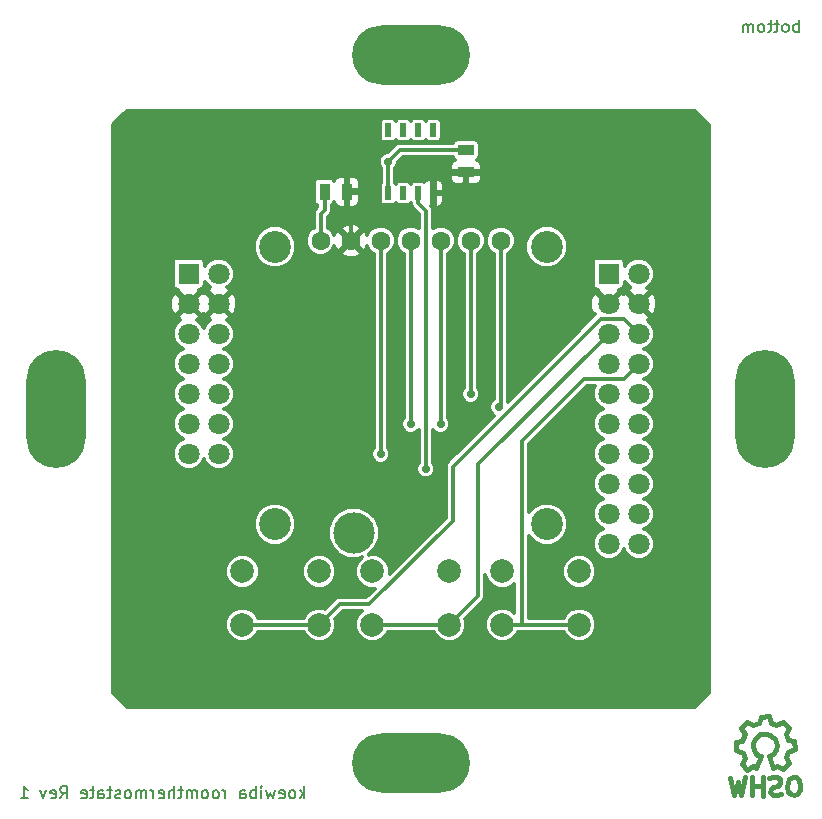
<source format=gbr>
G04 #@! TF.GenerationSoftware,KiCad,Pcbnew,5.0.0-fee4fd1~66~ubuntu16.04.1*
G04 #@! TF.CreationDate,2018-09-19T21:37:51+02:00*
G04 #@! TF.ProjectId,roomthermostat,726F6F6D746865726D6F737461742E6B,1*
G04 #@! TF.SameCoordinates,Original*
G04 #@! TF.FileFunction,Copper,L2,Bot,Signal*
G04 #@! TF.FilePolarity,Positive*
%FSLAX46Y46*%
G04 Gerber Fmt 4.6, Leading zero omitted, Abs format (unit mm)*
G04 Created by KiCad (PCBNEW 5.0.0-fee4fd1~66~ubuntu16.04.1) date Wed Sep 19 21:37:51 2018*
%MOMM*%
%LPD*%
G01*
G04 APERTURE LIST*
G04 #@! TA.AperFunction,NonConductor*
%ADD10C,0.200000*%
G04 #@! TD*
G04 #@! TA.AperFunction,EtchedComponent*
%ADD11C,0.381000*%
G04 #@! TD*
G04 #@! TA.AperFunction,ComponentPad*
%ADD12C,1.800000*%
G04 #@! TD*
G04 #@! TA.AperFunction,ComponentPad*
%ADD13R,1.800000X1.800000*%
G04 #@! TD*
G04 #@! TA.AperFunction,ComponentPad*
%ADD14C,3.500000*%
G04 #@! TD*
G04 #@! TA.AperFunction,ComponentPad*
%ADD15O,10.000000X5.001260*%
G04 #@! TD*
G04 #@! TA.AperFunction,ComponentPad*
%ADD16O,5.001260X10.000000*%
G04 #@! TD*
G04 #@! TA.AperFunction,SMDPad,CuDef*
%ADD17R,0.889000X1.397000*%
G04 #@! TD*
G04 #@! TA.AperFunction,SMDPad,CuDef*
%ADD18R,1.397000X0.889000*%
G04 #@! TD*
G04 #@! TA.AperFunction,ComponentPad*
%ADD19C,2.700000*%
G04 #@! TD*
G04 #@! TA.AperFunction,ComponentPad*
%ADD20C,1.600000*%
G04 #@! TD*
G04 #@! TA.AperFunction,SMDPad,CuDef*
%ADD21R,0.508000X1.143000*%
G04 #@! TD*
G04 #@! TA.AperFunction,ComponentPad*
%ADD22C,2.000000*%
G04 #@! TD*
G04 #@! TA.AperFunction,ViaPad*
%ADD23C,0.700000*%
G04 #@! TD*
G04 #@! TA.AperFunction,Conductor*
%ADD24C,0.300000*%
G04 #@! TD*
G04 APERTURE END LIST*
D10*
X129752142Y-68437380D02*
X129752142Y-67437380D01*
X129752142Y-67818333D02*
X129656904Y-67770714D01*
X129466428Y-67770714D01*
X129371190Y-67818333D01*
X129323571Y-67865952D01*
X129275952Y-67961190D01*
X129275952Y-68246904D01*
X129323571Y-68342142D01*
X129371190Y-68389761D01*
X129466428Y-68437380D01*
X129656904Y-68437380D01*
X129752142Y-68389761D01*
X128704523Y-68437380D02*
X128799761Y-68389761D01*
X128847380Y-68342142D01*
X128895000Y-68246904D01*
X128895000Y-67961190D01*
X128847380Y-67865952D01*
X128799761Y-67818333D01*
X128704523Y-67770714D01*
X128561666Y-67770714D01*
X128466428Y-67818333D01*
X128418809Y-67865952D01*
X128371190Y-67961190D01*
X128371190Y-68246904D01*
X128418809Y-68342142D01*
X128466428Y-68389761D01*
X128561666Y-68437380D01*
X128704523Y-68437380D01*
X128085476Y-67770714D02*
X127704523Y-67770714D01*
X127942619Y-67437380D02*
X127942619Y-68294523D01*
X127895000Y-68389761D01*
X127799761Y-68437380D01*
X127704523Y-68437380D01*
X127514047Y-67770714D02*
X127133095Y-67770714D01*
X127371190Y-67437380D02*
X127371190Y-68294523D01*
X127323571Y-68389761D01*
X127228333Y-68437380D01*
X127133095Y-68437380D01*
X126656904Y-68437380D02*
X126752142Y-68389761D01*
X126799761Y-68342142D01*
X126847380Y-68246904D01*
X126847380Y-67961190D01*
X126799761Y-67865952D01*
X126752142Y-67818333D01*
X126656904Y-67770714D01*
X126514047Y-67770714D01*
X126418809Y-67818333D01*
X126371190Y-67865952D01*
X126323571Y-67961190D01*
X126323571Y-68246904D01*
X126371190Y-68342142D01*
X126418809Y-68389761D01*
X126514047Y-68437380D01*
X126656904Y-68437380D01*
X125895000Y-68437380D02*
X125895000Y-67770714D01*
X125895000Y-67865952D02*
X125847380Y-67818333D01*
X125752142Y-67770714D01*
X125609285Y-67770714D01*
X125514047Y-67818333D01*
X125466428Y-67913571D01*
X125466428Y-68437380D01*
X125466428Y-67913571D02*
X125418809Y-67818333D01*
X125323571Y-67770714D01*
X125180714Y-67770714D01*
X125085476Y-67818333D01*
X125037857Y-67913571D01*
X125037857Y-68437380D01*
X87891190Y-133322380D02*
X87891190Y-132322380D01*
X87795952Y-132941428D02*
X87510238Y-133322380D01*
X87510238Y-132655714D02*
X87891190Y-133036666D01*
X86938809Y-133322380D02*
X87034047Y-133274761D01*
X87081666Y-133227142D01*
X87129285Y-133131904D01*
X87129285Y-132846190D01*
X87081666Y-132750952D01*
X87034047Y-132703333D01*
X86938809Y-132655714D01*
X86795952Y-132655714D01*
X86700714Y-132703333D01*
X86653095Y-132750952D01*
X86605476Y-132846190D01*
X86605476Y-133131904D01*
X86653095Y-133227142D01*
X86700714Y-133274761D01*
X86795952Y-133322380D01*
X86938809Y-133322380D01*
X85795952Y-133274761D02*
X85891190Y-133322380D01*
X86081666Y-133322380D01*
X86176904Y-133274761D01*
X86224523Y-133179523D01*
X86224523Y-132798571D01*
X86176904Y-132703333D01*
X86081666Y-132655714D01*
X85891190Y-132655714D01*
X85795952Y-132703333D01*
X85748333Y-132798571D01*
X85748333Y-132893809D01*
X86224523Y-132989047D01*
X85415000Y-132655714D02*
X85224523Y-133322380D01*
X85034047Y-132846190D01*
X84843571Y-133322380D01*
X84653095Y-132655714D01*
X84272142Y-133322380D02*
X84272142Y-132655714D01*
X84272142Y-132322380D02*
X84319761Y-132370000D01*
X84272142Y-132417619D01*
X84224523Y-132370000D01*
X84272142Y-132322380D01*
X84272142Y-132417619D01*
X83795952Y-133322380D02*
X83795952Y-132322380D01*
X83795952Y-132703333D02*
X83700714Y-132655714D01*
X83510238Y-132655714D01*
X83415000Y-132703333D01*
X83367380Y-132750952D01*
X83319761Y-132846190D01*
X83319761Y-133131904D01*
X83367380Y-133227142D01*
X83415000Y-133274761D01*
X83510238Y-133322380D01*
X83700714Y-133322380D01*
X83795952Y-133274761D01*
X82462619Y-133322380D02*
X82462619Y-132798571D01*
X82510238Y-132703333D01*
X82605476Y-132655714D01*
X82795952Y-132655714D01*
X82891190Y-132703333D01*
X82462619Y-133274761D02*
X82557857Y-133322380D01*
X82795952Y-133322380D01*
X82891190Y-133274761D01*
X82938809Y-133179523D01*
X82938809Y-133084285D01*
X82891190Y-132989047D01*
X82795952Y-132941428D01*
X82557857Y-132941428D01*
X82462619Y-132893809D01*
X81224523Y-133322380D02*
X81224523Y-132655714D01*
X81224523Y-132846190D02*
X81176904Y-132750952D01*
X81129285Y-132703333D01*
X81034047Y-132655714D01*
X80938809Y-132655714D01*
X80462619Y-133322380D02*
X80557857Y-133274761D01*
X80605476Y-133227142D01*
X80653095Y-133131904D01*
X80653095Y-132846190D01*
X80605476Y-132750952D01*
X80557857Y-132703333D01*
X80462619Y-132655714D01*
X80319761Y-132655714D01*
X80224523Y-132703333D01*
X80176904Y-132750952D01*
X80129285Y-132846190D01*
X80129285Y-133131904D01*
X80176904Y-133227142D01*
X80224523Y-133274761D01*
X80319761Y-133322380D01*
X80462619Y-133322380D01*
X79557857Y-133322380D02*
X79653095Y-133274761D01*
X79700714Y-133227142D01*
X79748333Y-133131904D01*
X79748333Y-132846190D01*
X79700714Y-132750952D01*
X79653095Y-132703333D01*
X79557857Y-132655714D01*
X79415000Y-132655714D01*
X79319761Y-132703333D01*
X79272142Y-132750952D01*
X79224523Y-132846190D01*
X79224523Y-133131904D01*
X79272142Y-133227142D01*
X79319761Y-133274761D01*
X79415000Y-133322380D01*
X79557857Y-133322380D01*
X78795952Y-133322380D02*
X78795952Y-132655714D01*
X78795952Y-132750952D02*
X78748333Y-132703333D01*
X78653095Y-132655714D01*
X78510238Y-132655714D01*
X78415000Y-132703333D01*
X78367380Y-132798571D01*
X78367380Y-133322380D01*
X78367380Y-132798571D02*
X78319761Y-132703333D01*
X78224523Y-132655714D01*
X78081666Y-132655714D01*
X77986428Y-132703333D01*
X77938809Y-132798571D01*
X77938809Y-133322380D01*
X77605476Y-132655714D02*
X77224523Y-132655714D01*
X77462619Y-132322380D02*
X77462619Y-133179523D01*
X77415000Y-133274761D01*
X77319761Y-133322380D01*
X77224523Y-133322380D01*
X76891190Y-133322380D02*
X76891190Y-132322380D01*
X76462619Y-133322380D02*
X76462619Y-132798571D01*
X76510238Y-132703333D01*
X76605476Y-132655714D01*
X76748333Y-132655714D01*
X76843571Y-132703333D01*
X76891190Y-132750952D01*
X75605476Y-133274761D02*
X75700714Y-133322380D01*
X75891190Y-133322380D01*
X75986428Y-133274761D01*
X76034047Y-133179523D01*
X76034047Y-132798571D01*
X75986428Y-132703333D01*
X75891190Y-132655714D01*
X75700714Y-132655714D01*
X75605476Y-132703333D01*
X75557857Y-132798571D01*
X75557857Y-132893809D01*
X76034047Y-132989047D01*
X75129285Y-133322380D02*
X75129285Y-132655714D01*
X75129285Y-132846190D02*
X75081666Y-132750952D01*
X75034047Y-132703333D01*
X74938809Y-132655714D01*
X74843571Y-132655714D01*
X74510238Y-133322380D02*
X74510238Y-132655714D01*
X74510238Y-132750952D02*
X74462619Y-132703333D01*
X74367380Y-132655714D01*
X74224523Y-132655714D01*
X74129285Y-132703333D01*
X74081666Y-132798571D01*
X74081666Y-133322380D01*
X74081666Y-132798571D02*
X74034047Y-132703333D01*
X73938809Y-132655714D01*
X73795952Y-132655714D01*
X73700714Y-132703333D01*
X73653095Y-132798571D01*
X73653095Y-133322380D01*
X73034047Y-133322380D02*
X73129285Y-133274761D01*
X73176904Y-133227142D01*
X73224523Y-133131904D01*
X73224523Y-132846190D01*
X73176904Y-132750952D01*
X73129285Y-132703333D01*
X73034047Y-132655714D01*
X72891190Y-132655714D01*
X72795952Y-132703333D01*
X72748333Y-132750952D01*
X72700714Y-132846190D01*
X72700714Y-133131904D01*
X72748333Y-133227142D01*
X72795952Y-133274761D01*
X72891190Y-133322380D01*
X73034047Y-133322380D01*
X72319761Y-133274761D02*
X72224523Y-133322380D01*
X72034047Y-133322380D01*
X71938809Y-133274761D01*
X71891190Y-133179523D01*
X71891190Y-133131904D01*
X71938809Y-133036666D01*
X72034047Y-132989047D01*
X72176904Y-132989047D01*
X72272142Y-132941428D01*
X72319761Y-132846190D01*
X72319761Y-132798571D01*
X72272142Y-132703333D01*
X72176904Y-132655714D01*
X72034047Y-132655714D01*
X71938809Y-132703333D01*
X71605476Y-132655714D02*
X71224523Y-132655714D01*
X71462619Y-132322380D02*
X71462619Y-133179523D01*
X71415000Y-133274761D01*
X71319761Y-133322380D01*
X71224523Y-133322380D01*
X70462619Y-133322380D02*
X70462619Y-132798571D01*
X70510238Y-132703333D01*
X70605476Y-132655714D01*
X70795952Y-132655714D01*
X70891190Y-132703333D01*
X70462619Y-133274761D02*
X70557857Y-133322380D01*
X70795952Y-133322380D01*
X70891190Y-133274761D01*
X70938809Y-133179523D01*
X70938809Y-133084285D01*
X70891190Y-132989047D01*
X70795952Y-132941428D01*
X70557857Y-132941428D01*
X70462619Y-132893809D01*
X70129285Y-132655714D02*
X69748333Y-132655714D01*
X69986428Y-132322380D02*
X69986428Y-133179523D01*
X69938809Y-133274761D01*
X69843571Y-133322380D01*
X69748333Y-133322380D01*
X69034047Y-133274761D02*
X69129285Y-133322380D01*
X69319761Y-133322380D01*
X69415000Y-133274761D01*
X69462619Y-133179523D01*
X69462619Y-132798571D01*
X69415000Y-132703333D01*
X69319761Y-132655714D01*
X69129285Y-132655714D01*
X69034047Y-132703333D01*
X68986428Y-132798571D01*
X68986428Y-132893809D01*
X69462619Y-132989047D01*
X67224523Y-133322380D02*
X67557857Y-132846190D01*
X67795952Y-133322380D02*
X67795952Y-132322380D01*
X67415000Y-132322380D01*
X67319761Y-132370000D01*
X67272142Y-132417619D01*
X67224523Y-132512857D01*
X67224523Y-132655714D01*
X67272142Y-132750952D01*
X67319761Y-132798571D01*
X67415000Y-132846190D01*
X67795952Y-132846190D01*
X66415000Y-133274761D02*
X66510238Y-133322380D01*
X66700714Y-133322380D01*
X66795952Y-133274761D01*
X66843571Y-133179523D01*
X66843571Y-132798571D01*
X66795952Y-132703333D01*
X66700714Y-132655714D01*
X66510238Y-132655714D01*
X66415000Y-132703333D01*
X66367380Y-132798571D01*
X66367380Y-132893809D01*
X66843571Y-132989047D01*
X66034047Y-132655714D02*
X65795952Y-133322380D01*
X65557857Y-132655714D01*
X63891190Y-133322380D02*
X64462619Y-133322380D01*
X64176904Y-133322380D02*
X64176904Y-132322380D01*
X64272142Y-132465238D01*
X64367380Y-132560476D01*
X64462619Y-132608095D01*
D11*
G04 #@! TO.C,LOGO1*
X125246220Y-131559860D02*
X124885540Y-133030520D01*
X124885540Y-133030520D02*
X124606140Y-131968800D01*
X124606140Y-131968800D02*
X124296260Y-133040680D01*
X124296260Y-133040680D02*
X123955900Y-131590340D01*
X126666080Y-132250740D02*
X125876140Y-132240580D01*
X125876140Y-132240580D02*
X125865980Y-132250740D01*
X125865980Y-132250740D02*
X125865980Y-132240580D01*
X125825340Y-131529380D02*
X125825340Y-133071160D01*
X126714340Y-131519220D02*
X126714340Y-133088940D01*
X126714340Y-133088940D02*
X126704180Y-133078780D01*
X127265520Y-131620820D02*
X127616040Y-131539540D01*
X127616040Y-131539540D02*
X127936080Y-131529380D01*
X127936080Y-131529380D02*
X128174840Y-131730040D01*
X128174840Y-131730040D02*
X128205320Y-131999280D01*
X128205320Y-131999280D02*
X127964020Y-132240580D01*
X127964020Y-132240580D02*
X127575400Y-132370120D01*
X127575400Y-132370120D02*
X127395060Y-132530140D01*
X127395060Y-132530140D02*
X127354420Y-132829860D01*
X127354420Y-132829860D02*
X127585560Y-133050840D01*
X127585560Y-133050840D02*
X127905600Y-133078780D01*
X127905600Y-133078780D02*
X128256120Y-132969560D01*
X129294980Y-131519220D02*
X129543900Y-131539540D01*
X129543900Y-131539540D02*
X129785200Y-131780840D01*
X129785200Y-131780840D02*
X129874100Y-132271060D01*
X129874100Y-132271060D02*
X129846160Y-132619040D01*
X129846160Y-132619040D02*
X129645500Y-132939080D01*
X129645500Y-132939080D02*
X129394040Y-133061000D01*
X129394040Y-133061000D02*
X129084160Y-132989880D01*
X129084160Y-132989880D02*
X128865720Y-132809540D01*
X128865720Y-132809540D02*
X128794600Y-132349800D01*
X128794600Y-132349800D02*
X128845400Y-131940860D01*
X128845400Y-131940860D02*
X128954620Y-131658920D01*
X128954620Y-131658920D02*
X129315300Y-131529380D01*
X128695540Y-129799640D02*
X128954620Y-130360980D01*
X128954620Y-130360980D02*
X128416140Y-130879140D01*
X128416140Y-130879140D02*
X127895440Y-130609900D01*
X127895440Y-130609900D02*
X127616040Y-130769920D01*
X126175860Y-130749600D02*
X125845660Y-130559100D01*
X125845660Y-130559100D02*
X125406240Y-130889300D01*
X125406240Y-130889300D02*
X124933800Y-130399080D01*
X124933800Y-130399080D02*
X125215740Y-129919020D01*
X125215740Y-129919020D02*
X125025240Y-129449120D01*
X125025240Y-129449120D02*
X124415640Y-129261160D01*
X124415640Y-129261160D02*
X124415640Y-128580440D01*
X124415640Y-128580440D02*
X124974440Y-128440740D01*
X124974440Y-128440740D02*
X125175100Y-127869240D01*
X125175100Y-127869240D02*
X124905860Y-127399340D01*
X124905860Y-127399340D02*
X125375760Y-126888800D01*
X125375760Y-126888800D02*
X125893920Y-127150420D01*
X125893920Y-127150420D02*
X126363820Y-126949760D01*
X126363820Y-126949760D02*
X126534000Y-126408740D01*
X126534000Y-126408740D02*
X127224880Y-126390960D01*
X127224880Y-126390960D02*
X127435700Y-126939600D01*
X127435700Y-126939600D02*
X127854800Y-127109780D01*
X127854800Y-127109780D02*
X128405980Y-126840540D01*
X128405980Y-126840540D02*
X128924140Y-127368860D01*
X128924140Y-127368860D02*
X128675220Y-127909880D01*
X128675220Y-127909880D02*
X128845400Y-128389940D01*
X128845400Y-128389940D02*
X129394040Y-128489000D01*
X129394040Y-128489000D02*
X129404200Y-129190040D01*
X129404200Y-129190040D02*
X128845400Y-129390700D01*
X128845400Y-129390700D02*
X128705700Y-129789480D01*
X126564480Y-129769160D02*
X126264760Y-129619300D01*
X126264760Y-129619300D02*
X126064100Y-129421180D01*
X126064100Y-129421180D02*
X125914240Y-129019860D01*
X125914240Y-129019860D02*
X125914240Y-128621080D01*
X125914240Y-128621080D02*
X126064100Y-128270560D01*
X126064100Y-128270560D02*
X126516220Y-127920040D01*
X126516220Y-127920040D02*
X126965800Y-127869240D01*
X126965800Y-127869240D02*
X127364580Y-127970840D01*
X127364580Y-127970840D02*
X127765900Y-128318820D01*
X127765900Y-128318820D02*
X127915760Y-128770940D01*
X127915760Y-128770940D02*
X127864960Y-129268780D01*
X127864960Y-129268780D02*
X127616040Y-129571040D01*
X127616040Y-129571040D02*
X127265520Y-129769160D01*
X127265520Y-129769160D02*
X127616040Y-130769920D01*
X126564480Y-129769160D02*
X126165700Y-130769920D01*
G04 #@! TD*
D12*
G04 #@! TO.P,MOD1,34*
G04 #@! TO.N,/DISP_SCK*
X80645000Y-104140000D03*
G04 #@! TO.P,MOD1,33*
G04 #@! TO.N,N/C*
X78105000Y-104140000D03*
G04 #@! TO.P,MOD1,32*
G04 #@! TO.N,/DISP_MOSI*
X80645000Y-101600000D03*
G04 #@! TO.P,MOD1,31*
G04 #@! TO.N,N/C*
X78105000Y-101600000D03*
G04 #@! TO.P,MOD1,30*
G04 #@! TO.N,/DISP_A0*
X80645000Y-99060000D03*
G04 #@! TO.P,MOD1,29*
G04 #@! TO.N,//DISP_CS*
X78105000Y-99060000D03*
G04 #@! TO.P,MOD1,28*
G04 #@! TO.N,N/C*
X80645000Y-96520000D03*
G04 #@! TO.P,MOD1,27*
X78105000Y-96520000D03*
G04 #@! TO.P,MOD1,26*
X80645000Y-93980000D03*
G04 #@! TO.P,MOD1,25*
X78105000Y-93980000D03*
G04 #@! TO.P,MOD1,24*
G04 #@! TO.N,VCC*
X80645000Y-91440000D03*
G04 #@! TO.P,MOD1,23*
X78105000Y-91440000D03*
G04 #@! TO.P,MOD1,22*
G04 #@! TO.N,GND*
X80645000Y-88900000D03*
D13*
G04 #@! TO.P,MOD1,21*
X78105000Y-88900000D03*
D12*
G04 #@! TO.P,MOD1,20*
G04 #@! TO.N,N/C*
X116205000Y-111790000D03*
G04 #@! TO.P,MOD1,19*
X113665000Y-111760000D03*
G04 #@! TO.P,MOD1,18*
X116205000Y-109250000D03*
G04 #@! TO.P,MOD1,17*
X113665000Y-109220000D03*
G04 #@! TO.P,MOD1,16*
G04 #@! TO.N,/TEMP*
X116205000Y-106710000D03*
G04 #@! TO.P,MOD1,15*
G04 #@! TO.N,N/C*
X113665000Y-106680000D03*
G04 #@! TO.P,MOD1,14*
X116205000Y-104170000D03*
G04 #@! TO.P,MOD1,13*
X113665000Y-104140000D03*
G04 #@! TO.P,MOD1,12*
G04 #@! TO.N,//RESET*
X116205000Y-101630000D03*
G04 #@! TO.P,MOD1,11*
G04 #@! TO.N,N/C*
X113665000Y-101600000D03*
G04 #@! TO.P,MOD1,10*
X116205000Y-99090000D03*
G04 #@! TO.P,MOD1,9*
X113665000Y-99060000D03*
G04 #@! TO.P,MOD1,8*
G04 #@! TO.N,/KEY2*
X116205000Y-96550000D03*
G04 #@! TO.P,MOD1,7*
G04 #@! TO.N,N/C*
X113665000Y-96520000D03*
G04 #@! TO.P,MOD1,6*
G04 #@! TO.N,/KEY0*
X116205000Y-93980000D03*
G04 #@! TO.P,MOD1,5*
G04 #@! TO.N,/KEY1*
X113665000Y-93980000D03*
G04 #@! TO.P,MOD1,4*
G04 #@! TO.N,VCC*
X116205000Y-91470000D03*
G04 #@! TO.P,MOD1,3*
X113665000Y-91440000D03*
G04 #@! TO.P,MOD1,2*
G04 #@! TO.N,GND*
X116205000Y-88930000D03*
D13*
G04 #@! TO.P,MOD1,1*
X113665000Y-88900000D03*
D14*
G04 #@! TO.P,MOD1,41*
G04 #@! TO.N,N/C*
X92075000Y-110840000D03*
G04 #@! TD*
D15*
G04 #@! TO.P,H1,1*
G04 #@! TO.N,N/C*
X96915000Y-70370000D03*
G04 #@! TD*
D16*
G04 #@! TO.P,H4,1*
G04 #@! TO.N,N/C*
X66915000Y-100370000D03*
G04 #@! TD*
G04 #@! TO.P,H2,1*
G04 #@! TO.N,N/C*
X126915000Y-100370000D03*
G04 #@! TD*
D15*
G04 #@! TO.P,H3,1*
G04 #@! TO.N,N/C*
X96915000Y-130370000D03*
G04 #@! TD*
D17*
G04 #@! TO.P,C1,1*
G04 #@! TO.N,VCC*
X91517500Y-81955000D03*
G04 #@! TO.P,C1,2*
G04 #@! TO.N,GND*
X89612500Y-81955000D03*
G04 #@! TD*
D18*
G04 #@! TO.P,C2,1*
G04 #@! TO.N,VCC*
X101600000Y-80327500D03*
G04 #@! TO.P,C2,2*
G04 #@! TO.N,GND*
X101600000Y-78422500D03*
G04 #@! TD*
D19*
G04 #@! TO.P,MOD2,H*
G04 #@! TO.N,N/C*
X108415000Y-86620000D03*
X85415000Y-86620000D03*
X85415000Y-110120000D03*
X108415000Y-110120000D03*
D20*
G04 #@! TO.P,MOD2,4*
G04 #@! TO.N,/DISP_MOSI*
X96915000Y-86120000D03*
G04 #@! TO.P,MOD2,5*
G04 #@! TO.N,//RESET*
X99455000Y-86120000D03*
G04 #@! TO.P,MOD2,6*
G04 #@! TO.N,/DISP_A0*
X101995000Y-86120000D03*
G04 #@! TO.P,MOD2,7*
G04 #@! TO.N,//DISP_CS*
X104535000Y-86120000D03*
G04 #@! TO.P,MOD2,3*
G04 #@! TO.N,/DISP_SCK*
X94375000Y-86120000D03*
G04 #@! TO.P,MOD2,2*
G04 #@! TO.N,VCC*
X91835000Y-86120000D03*
G04 #@! TO.P,MOD2,1*
G04 #@! TO.N,GND*
X89295000Y-86120000D03*
G04 #@! TD*
D21*
G04 #@! TO.P,U1,8*
G04 #@! TO.N,N/C*
X98820000Y-76748000D03*
G04 #@! TO.P,U1,1*
G04 #@! TO.N,VCC*
X98820000Y-82082000D03*
G04 #@! TO.P,U1,7*
G04 #@! TO.N,N/C*
X97550000Y-76748000D03*
G04 #@! TO.P,U1,6*
X96280000Y-76748000D03*
G04 #@! TO.P,U1,5*
X95010000Y-76748000D03*
G04 #@! TO.P,U1,2*
G04 #@! TO.N,/TEMP*
X97550000Y-82082000D03*
G04 #@! TO.P,U1,3*
G04 #@! TO.N,N/C*
X96280000Y-82082000D03*
G04 #@! TO.P,U1,4*
G04 #@! TO.N,GND*
X95010000Y-82082000D03*
G04 #@! TD*
D22*
G04 #@! TO.P,S1,1*
G04 #@! TO.N,GND*
X82665000Y-114120000D03*
G04 #@! TO.P,S1,2*
G04 #@! TO.N,/KEY0*
X82665000Y-118620000D03*
G04 #@! TO.P,S1,1*
G04 #@! TO.N,GND*
X89165000Y-114120000D03*
G04 #@! TO.P,S1,2*
G04 #@! TO.N,/KEY0*
X89165000Y-118620000D03*
G04 #@! TD*
G04 #@! TO.P,S2,1*
G04 #@! TO.N,GND*
X93665000Y-114120000D03*
G04 #@! TO.P,S2,2*
G04 #@! TO.N,/KEY1*
X93665000Y-118620000D03*
G04 #@! TO.P,S2,1*
G04 #@! TO.N,GND*
X100165000Y-114120000D03*
G04 #@! TO.P,S2,2*
G04 #@! TO.N,/KEY1*
X100165000Y-118620000D03*
G04 #@! TD*
G04 #@! TO.P,S3,1*
G04 #@! TO.N,GND*
X104665000Y-114120000D03*
G04 #@! TO.P,S3,2*
G04 #@! TO.N,/KEY2*
X104665000Y-118620000D03*
G04 #@! TO.P,S3,1*
G04 #@! TO.N,GND*
X111165000Y-114120000D03*
G04 #@! TO.P,S3,2*
G04 #@! TO.N,/KEY2*
X111165000Y-118620000D03*
G04 #@! TD*
D23*
G04 #@! TO.N,GND*
X95010000Y-79415000D03*
G04 #@! TO.N,/DISP_SCK*
X94375000Y-104180000D03*
G04 #@! TO.N,/DISP_MOSI*
X96915000Y-101640000D03*
G04 #@! TO.N,/DISP_A0*
X101995000Y-99100000D03*
G04 #@! TO.N,//DISP_CS*
X104345123Y-100204913D03*
G04 #@! TO.N,/TEMP*
X98186960Y-105434291D03*
G04 #@! TO.N,//RESET*
X99455000Y-101640000D03*
G04 #@! TD*
D24*
G04 #@! TO.N,VCC*
X91835000Y-83860000D02*
X91517500Y-83542500D01*
X91517500Y-83542500D02*
X91517500Y-81955000D01*
X91835000Y-86120000D02*
X91835000Y-83860000D01*
X98820000Y-82082000D02*
X100598000Y-82082000D01*
X100598000Y-82082000D02*
X101600000Y-81080000D01*
X101600000Y-81080000D02*
X101600000Y-80327500D01*
G04 #@! TO.N,GND*
X95010000Y-82082000D02*
X95010000Y-79415000D01*
X89612500Y-83542500D02*
X89295000Y-83860000D01*
X89295000Y-83860000D02*
X89295000Y-86120000D01*
X89612500Y-81955000D02*
X89612500Y-83542500D01*
X95010000Y-79415000D02*
X96002500Y-78422500D01*
X96002500Y-78422500D02*
X101600000Y-78422500D01*
G04 #@! TO.N,/DISP_SCK*
X94375000Y-104180000D02*
X94375000Y-86120000D01*
G04 #@! TO.N,/DISP_MOSI*
X96915000Y-101640000D02*
X96915000Y-86120000D01*
G04 #@! TO.N,/DISP_A0*
X101995000Y-99100000D02*
X101995000Y-86120000D01*
G04 #@! TO.N,//DISP_CS*
X104535000Y-86120000D02*
X104535000Y-100015036D01*
X104535000Y-100015036D02*
X104345123Y-100204913D01*
G04 #@! TO.N,/TEMP*
X98186960Y-104939317D02*
X98186960Y-105434291D01*
X98186960Y-83590460D02*
X98186960Y-104939317D01*
X97550000Y-82953500D02*
X98186960Y-83590460D01*
X97550000Y-82082000D02*
X97550000Y-82953500D01*
G04 #@! TO.N,//RESET*
X99455000Y-86120000D02*
X99455000Y-101640000D01*
G04 #@! TO.N,/KEY2*
X116205000Y-96550000D02*
X114954999Y-97800001D01*
X114954999Y-97800001D02*
X111549999Y-97800001D01*
X106291937Y-103058063D02*
X106291937Y-118471937D01*
X111549999Y-97800001D02*
X106291937Y-103058063D01*
X106291937Y-118471937D02*
X106440000Y-118620000D01*
X104665000Y-118620000D02*
X106440000Y-118620000D01*
X106440000Y-118620000D02*
X111165000Y-118620000D01*
G04 #@! TO.N,/KEY0*
X116205000Y-93980000D02*
X114954999Y-92729999D01*
X114954999Y-92729999D02*
X112997975Y-92729999D01*
X112997975Y-92729999D02*
X100481290Y-105246684D01*
X100481290Y-105246684D02*
X100481290Y-109805708D01*
X100481290Y-109805708D02*
X93406998Y-116880000D01*
X93406998Y-116880000D02*
X90905000Y-116880000D01*
X90905000Y-116880000D02*
X89165000Y-118620000D01*
X82665000Y-118620000D02*
X89165000Y-118620000D01*
G04 #@! TO.N,/KEY1*
X113665000Y-93980000D02*
X102630000Y-105015000D01*
X102630000Y-105015000D02*
X102630000Y-116155000D01*
X102630000Y-116155000D02*
X101164999Y-117620001D01*
X101164999Y-117620001D02*
X100165000Y-118620000D01*
X93665000Y-118620000D02*
X100165000Y-118620000D01*
G04 #@! TD*
G04 #@! TO.N,VCC*
G36*
X122165000Y-76302132D02*
X122165000Y-124437868D01*
X120982868Y-125620000D01*
X72847132Y-125620000D01*
X71665000Y-124437868D01*
X71665000Y-118331577D01*
X81215000Y-118331577D01*
X81215000Y-118908423D01*
X81435750Y-119441359D01*
X81843641Y-119849250D01*
X82376577Y-120070000D01*
X82953423Y-120070000D01*
X83486359Y-119849250D01*
X83894250Y-119441359D01*
X83985940Y-119220000D01*
X87844060Y-119220000D01*
X87935750Y-119441359D01*
X88343641Y-119849250D01*
X88876577Y-120070000D01*
X89453423Y-120070000D01*
X89986359Y-119849250D01*
X90394250Y-119441359D01*
X90615000Y-118908423D01*
X90615000Y-118331577D01*
X90523310Y-118110218D01*
X91153528Y-117480000D01*
X92754391Y-117480000D01*
X92435750Y-117798641D01*
X92215000Y-118331577D01*
X92215000Y-118908423D01*
X92435750Y-119441359D01*
X92843641Y-119849250D01*
X93376577Y-120070000D01*
X93953423Y-120070000D01*
X94486359Y-119849250D01*
X94894250Y-119441359D01*
X94985940Y-119220000D01*
X98844060Y-119220000D01*
X98935750Y-119441359D01*
X99343641Y-119849250D01*
X99876577Y-120070000D01*
X100453423Y-120070000D01*
X100986359Y-119849250D01*
X101394250Y-119441359D01*
X101615000Y-118908423D01*
X101615000Y-118331577D01*
X101523310Y-118110218D01*
X101631046Y-118002482D01*
X101631048Y-118002479D01*
X103012481Y-116621047D01*
X103062575Y-116587575D01*
X103195187Y-116389108D01*
X103230000Y-116214091D01*
X103230000Y-116214087D01*
X103241753Y-116155001D01*
X103230000Y-116095914D01*
X103230000Y-114444636D01*
X103435750Y-114941359D01*
X103843641Y-115349250D01*
X104376577Y-115570000D01*
X104953423Y-115570000D01*
X105486359Y-115349250D01*
X105691938Y-115143671D01*
X105691938Y-117596329D01*
X105486359Y-117390750D01*
X104953423Y-117170000D01*
X104376577Y-117170000D01*
X103843641Y-117390750D01*
X103435750Y-117798641D01*
X103215000Y-118331577D01*
X103215000Y-118908423D01*
X103435750Y-119441359D01*
X103843641Y-119849250D01*
X104376577Y-120070000D01*
X104953423Y-120070000D01*
X105486359Y-119849250D01*
X105894250Y-119441359D01*
X105985940Y-119220000D01*
X106380913Y-119220000D01*
X106440000Y-119231753D01*
X106499088Y-119220000D01*
X109844060Y-119220000D01*
X109935750Y-119441359D01*
X110343641Y-119849250D01*
X110876577Y-120070000D01*
X111453423Y-120070000D01*
X111986359Y-119849250D01*
X112394250Y-119441359D01*
X112615000Y-118908423D01*
X112615000Y-118331577D01*
X112394250Y-117798641D01*
X111986359Y-117390750D01*
X111453423Y-117170000D01*
X110876577Y-117170000D01*
X110343641Y-117390750D01*
X109935750Y-117798641D01*
X109844060Y-118020000D01*
X106891937Y-118020000D01*
X106891937Y-113831577D01*
X109715000Y-113831577D01*
X109715000Y-114408423D01*
X109935750Y-114941359D01*
X110343641Y-115349250D01*
X110876577Y-115570000D01*
X111453423Y-115570000D01*
X111986359Y-115349250D01*
X112394250Y-114941359D01*
X112615000Y-114408423D01*
X112615000Y-113831577D01*
X112394250Y-113298641D01*
X111986359Y-112890750D01*
X111453423Y-112670000D01*
X110876577Y-112670000D01*
X110343641Y-112890750D01*
X109935750Y-113298641D01*
X109715000Y-113831577D01*
X106891937Y-113831577D01*
X106891937Y-111142521D01*
X107395382Y-111645966D01*
X108056958Y-111920000D01*
X108773042Y-111920000D01*
X109434618Y-111645966D01*
X109940966Y-111139618D01*
X110215000Y-110478042D01*
X110215000Y-109761958D01*
X109940966Y-109100382D01*
X109434618Y-108594034D01*
X108773042Y-108320000D01*
X108056958Y-108320000D01*
X107395382Y-108594034D01*
X106891937Y-109097479D01*
X106891937Y-103306590D01*
X111798528Y-98400001D01*
X112477151Y-98400001D01*
X112315000Y-98791468D01*
X112315000Y-99328532D01*
X112520525Y-99824714D01*
X112900286Y-100204475D01*
X113203331Y-100330000D01*
X112900286Y-100455525D01*
X112520525Y-100835286D01*
X112315000Y-101331468D01*
X112315000Y-101868532D01*
X112520525Y-102364714D01*
X112900286Y-102744475D01*
X113203331Y-102870000D01*
X112900286Y-102995525D01*
X112520525Y-103375286D01*
X112315000Y-103871468D01*
X112315000Y-104408532D01*
X112520525Y-104904714D01*
X112900286Y-105284475D01*
X113203331Y-105410000D01*
X112900286Y-105535525D01*
X112520525Y-105915286D01*
X112315000Y-106411468D01*
X112315000Y-106948532D01*
X112520525Y-107444714D01*
X112900286Y-107824475D01*
X113203331Y-107950000D01*
X112900286Y-108075525D01*
X112520525Y-108455286D01*
X112315000Y-108951468D01*
X112315000Y-109488532D01*
X112520525Y-109984714D01*
X112900286Y-110364475D01*
X113203331Y-110490000D01*
X112900286Y-110615525D01*
X112520525Y-110995286D01*
X112315000Y-111491468D01*
X112315000Y-112028532D01*
X112520525Y-112524714D01*
X112900286Y-112904475D01*
X113396468Y-113110000D01*
X113933532Y-113110000D01*
X114429714Y-112904475D01*
X114809475Y-112524714D01*
X114928787Y-112236669D01*
X115060525Y-112554714D01*
X115440286Y-112934475D01*
X115936468Y-113140000D01*
X116473532Y-113140000D01*
X116969714Y-112934475D01*
X117349475Y-112554714D01*
X117555000Y-112058532D01*
X117555000Y-111521468D01*
X117349475Y-111025286D01*
X116969714Y-110645525D01*
X116666669Y-110520000D01*
X116969714Y-110394475D01*
X117349475Y-110014714D01*
X117555000Y-109518532D01*
X117555000Y-108981468D01*
X117349475Y-108485286D01*
X116969714Y-108105525D01*
X116666669Y-107980000D01*
X116969714Y-107854475D01*
X117349475Y-107474714D01*
X117555000Y-106978532D01*
X117555000Y-106441468D01*
X117349475Y-105945286D01*
X116969714Y-105565525D01*
X116666669Y-105440000D01*
X116969714Y-105314475D01*
X117349475Y-104934714D01*
X117555000Y-104438532D01*
X117555000Y-103901468D01*
X117349475Y-103405286D01*
X116969714Y-103025525D01*
X116666669Y-102900000D01*
X116969714Y-102774475D01*
X117349475Y-102394714D01*
X117555000Y-101898532D01*
X117555000Y-101361468D01*
X117349475Y-100865286D01*
X116969714Y-100485525D01*
X116666669Y-100360000D01*
X116969714Y-100234475D01*
X117349475Y-99854714D01*
X117555000Y-99358532D01*
X117555000Y-98821468D01*
X117349475Y-98325286D01*
X116969714Y-97945525D01*
X116666669Y-97820000D01*
X116969714Y-97694475D01*
X117349475Y-97314714D01*
X117555000Y-96818532D01*
X117555000Y-96281468D01*
X117349475Y-95785286D01*
X116969714Y-95405525D01*
X116630456Y-95265000D01*
X116969714Y-95124475D01*
X117349475Y-94744714D01*
X117555000Y-94248532D01*
X117555000Y-93711468D01*
X117349475Y-93215286D01*
X116978418Y-92844229D01*
X117052569Y-92813514D01*
X117135708Y-92547786D01*
X116205000Y-91617078D01*
X116190858Y-91631221D01*
X116043780Y-91484143D01*
X116057922Y-91470000D01*
X116352078Y-91470000D01*
X117282786Y-92400708D01*
X117548514Y-92317569D01*
X117770597Y-91738911D01*
X117754331Y-91119314D01*
X117548514Y-90622431D01*
X117282786Y-90539292D01*
X116352078Y-91470000D01*
X116057922Y-91470000D01*
X115127214Y-90539292D01*
X114982943Y-90584430D01*
X114742786Y-90509292D01*
X113812078Y-91440000D01*
X113826221Y-91454143D01*
X113679143Y-91601221D01*
X113665000Y-91587078D01*
X113650858Y-91601221D01*
X113503780Y-91454143D01*
X113517922Y-91440000D01*
X112587214Y-90509292D01*
X112321486Y-90592431D01*
X112099403Y-91171089D01*
X112115669Y-91790686D01*
X112321486Y-92287569D01*
X112527440Y-92352006D01*
X105135000Y-99744447D01*
X105135000Y-87224462D01*
X105243068Y-87179699D01*
X105594699Y-86828068D01*
X105785000Y-86368640D01*
X105785000Y-86261958D01*
X106615000Y-86261958D01*
X106615000Y-86978042D01*
X106889034Y-87639618D01*
X107395382Y-88145966D01*
X108056958Y-88420000D01*
X108773042Y-88420000D01*
X109434618Y-88145966D01*
X109580584Y-88000000D01*
X112306184Y-88000000D01*
X112306184Y-89800000D01*
X112341109Y-89975581D01*
X112440568Y-90124432D01*
X112589419Y-90223891D01*
X112765000Y-90258816D01*
X112766642Y-90258816D01*
X112734292Y-90362214D01*
X113665000Y-91292922D01*
X114595708Y-90362214D01*
X114563358Y-90258816D01*
X114565000Y-90258816D01*
X114740581Y-90223891D01*
X114889432Y-90124432D01*
X114988891Y-89975581D01*
X115023816Y-89800000D01*
X115023816Y-89606090D01*
X115060525Y-89694714D01*
X115440286Y-90074475D01*
X115461641Y-90083321D01*
X115357431Y-90126486D01*
X115274292Y-90392214D01*
X116205000Y-91322922D01*
X117135708Y-90392214D01*
X117052569Y-90126486D01*
X116944386Y-90084966D01*
X116969714Y-90074475D01*
X117349475Y-89694714D01*
X117555000Y-89198532D01*
X117555000Y-88661468D01*
X117349475Y-88165286D01*
X116969714Y-87785525D01*
X116473532Y-87580000D01*
X115936468Y-87580000D01*
X115440286Y-87785525D01*
X115060525Y-88165286D01*
X115023816Y-88253910D01*
X115023816Y-88000000D01*
X114988891Y-87824419D01*
X114889432Y-87675568D01*
X114740581Y-87576109D01*
X114565000Y-87541184D01*
X112765000Y-87541184D01*
X112589419Y-87576109D01*
X112440568Y-87675568D01*
X112341109Y-87824419D01*
X112306184Y-88000000D01*
X109580584Y-88000000D01*
X109940966Y-87639618D01*
X110215000Y-86978042D01*
X110215000Y-86261958D01*
X109940966Y-85600382D01*
X109434618Y-85094034D01*
X108773042Y-84820000D01*
X108056958Y-84820000D01*
X107395382Y-85094034D01*
X106889034Y-85600382D01*
X106615000Y-86261958D01*
X105785000Y-86261958D01*
X105785000Y-85871360D01*
X105594699Y-85411932D01*
X105243068Y-85060301D01*
X104783640Y-84870000D01*
X104286360Y-84870000D01*
X103826932Y-85060301D01*
X103475301Y-85411932D01*
X103285000Y-85871360D01*
X103285000Y-86368640D01*
X103475301Y-86828068D01*
X103826932Y-87179699D01*
X103935000Y-87224462D01*
X103935001Y-99508877D01*
X103891959Y-99526706D01*
X103666916Y-99751749D01*
X103545123Y-100045783D01*
X103545123Y-100364043D01*
X103666916Y-100658077D01*
X103891959Y-100883120D01*
X103965758Y-100913689D01*
X100098812Y-104780635D01*
X100048715Y-104814109D01*
X99916103Y-105012577D01*
X99881290Y-105187594D01*
X99881290Y-105187598D01*
X99869537Y-105246684D01*
X99881290Y-105305770D01*
X99881291Y-109557179D01*
X95115000Y-114323471D01*
X95115000Y-113831577D01*
X94894250Y-113298641D01*
X94486359Y-112890750D01*
X93953423Y-112670000D01*
X93376577Y-112670000D01*
X93341911Y-112684359D01*
X93940070Y-112086200D01*
X94275000Y-111277607D01*
X94275000Y-110402393D01*
X93940070Y-109593800D01*
X93321200Y-108974930D01*
X92512607Y-108640000D01*
X91637393Y-108640000D01*
X90828800Y-108974930D01*
X90209930Y-109593800D01*
X89875000Y-110402393D01*
X89875000Y-111277607D01*
X90209930Y-112086200D01*
X90828800Y-112705070D01*
X91637393Y-113040000D01*
X92512607Y-113040000D01*
X92822932Y-112911459D01*
X92435750Y-113298641D01*
X92215000Y-113831577D01*
X92215000Y-114408423D01*
X92435750Y-114941359D01*
X92843641Y-115349250D01*
X93376577Y-115570000D01*
X93868471Y-115570000D01*
X93158471Y-116280000D01*
X90964088Y-116280000D01*
X90905000Y-116268247D01*
X90845912Y-116280000D01*
X90845909Y-116280000D01*
X90670892Y-116314813D01*
X90472425Y-116447425D01*
X90438953Y-116497519D01*
X89674782Y-117261690D01*
X89453423Y-117170000D01*
X88876577Y-117170000D01*
X88343641Y-117390750D01*
X87935750Y-117798641D01*
X87844060Y-118020000D01*
X83985940Y-118020000D01*
X83894250Y-117798641D01*
X83486359Y-117390750D01*
X82953423Y-117170000D01*
X82376577Y-117170000D01*
X81843641Y-117390750D01*
X81435750Y-117798641D01*
X81215000Y-118331577D01*
X71665000Y-118331577D01*
X71665000Y-113831577D01*
X81215000Y-113831577D01*
X81215000Y-114408423D01*
X81435750Y-114941359D01*
X81843641Y-115349250D01*
X82376577Y-115570000D01*
X82953423Y-115570000D01*
X83486359Y-115349250D01*
X83894250Y-114941359D01*
X84115000Y-114408423D01*
X84115000Y-113831577D01*
X87715000Y-113831577D01*
X87715000Y-114408423D01*
X87935750Y-114941359D01*
X88343641Y-115349250D01*
X88876577Y-115570000D01*
X89453423Y-115570000D01*
X89986359Y-115349250D01*
X90394250Y-114941359D01*
X90615000Y-114408423D01*
X90615000Y-113831577D01*
X90394250Y-113298641D01*
X89986359Y-112890750D01*
X89453423Y-112670000D01*
X88876577Y-112670000D01*
X88343641Y-112890750D01*
X87935750Y-113298641D01*
X87715000Y-113831577D01*
X84115000Y-113831577D01*
X83894250Y-113298641D01*
X83486359Y-112890750D01*
X82953423Y-112670000D01*
X82376577Y-112670000D01*
X81843641Y-112890750D01*
X81435750Y-113298641D01*
X81215000Y-113831577D01*
X71665000Y-113831577D01*
X71665000Y-109761958D01*
X83615000Y-109761958D01*
X83615000Y-110478042D01*
X83889034Y-111139618D01*
X84395382Y-111645966D01*
X85056958Y-111920000D01*
X85773042Y-111920000D01*
X86434618Y-111645966D01*
X86940966Y-111139618D01*
X87215000Y-110478042D01*
X87215000Y-109761958D01*
X86940966Y-109100382D01*
X86434618Y-108594034D01*
X85773042Y-108320000D01*
X85056958Y-108320000D01*
X84395382Y-108594034D01*
X83889034Y-109100382D01*
X83615000Y-109761958D01*
X71665000Y-109761958D01*
X71665000Y-93711468D01*
X76755000Y-93711468D01*
X76755000Y-94248532D01*
X76960525Y-94744714D01*
X77340286Y-95124475D01*
X77643331Y-95250000D01*
X77340286Y-95375525D01*
X76960525Y-95755286D01*
X76755000Y-96251468D01*
X76755000Y-96788532D01*
X76960525Y-97284714D01*
X77340286Y-97664475D01*
X77643331Y-97790000D01*
X77340286Y-97915525D01*
X76960525Y-98295286D01*
X76755000Y-98791468D01*
X76755000Y-99328532D01*
X76960525Y-99824714D01*
X77340286Y-100204475D01*
X77643331Y-100330000D01*
X77340286Y-100455525D01*
X76960525Y-100835286D01*
X76755000Y-101331468D01*
X76755000Y-101868532D01*
X76960525Y-102364714D01*
X77340286Y-102744475D01*
X77643331Y-102870000D01*
X77340286Y-102995525D01*
X76960525Y-103375286D01*
X76755000Y-103871468D01*
X76755000Y-104408532D01*
X76960525Y-104904714D01*
X77340286Y-105284475D01*
X77836468Y-105490000D01*
X78373532Y-105490000D01*
X78869714Y-105284475D01*
X79249475Y-104904714D01*
X79375000Y-104601669D01*
X79500525Y-104904714D01*
X79880286Y-105284475D01*
X80376468Y-105490000D01*
X80913532Y-105490000D01*
X81409714Y-105284475D01*
X81789475Y-104904714D01*
X81995000Y-104408532D01*
X81995000Y-103871468D01*
X81789475Y-103375286D01*
X81409714Y-102995525D01*
X81106669Y-102870000D01*
X81409714Y-102744475D01*
X81789475Y-102364714D01*
X81995000Y-101868532D01*
X81995000Y-101331468D01*
X81789475Y-100835286D01*
X81409714Y-100455525D01*
X81106669Y-100330000D01*
X81409714Y-100204475D01*
X81789475Y-99824714D01*
X81995000Y-99328532D01*
X81995000Y-98791468D01*
X81789475Y-98295286D01*
X81409714Y-97915525D01*
X81106669Y-97790000D01*
X81409714Y-97664475D01*
X81789475Y-97284714D01*
X81995000Y-96788532D01*
X81995000Y-96251468D01*
X81789475Y-95755286D01*
X81409714Y-95375525D01*
X81106669Y-95250000D01*
X81409714Y-95124475D01*
X81789475Y-94744714D01*
X81995000Y-94248532D01*
X81995000Y-93711468D01*
X81789475Y-93215286D01*
X81409714Y-92835525D01*
X81388359Y-92826679D01*
X81492569Y-92783514D01*
X81575708Y-92517786D01*
X80645000Y-91587078D01*
X79714292Y-92517786D01*
X79797431Y-92783514D01*
X79905614Y-92825034D01*
X79880286Y-92835525D01*
X79500525Y-93215286D01*
X79375000Y-93518331D01*
X79249475Y-93215286D01*
X78869714Y-92835525D01*
X78848359Y-92826679D01*
X78952569Y-92783514D01*
X79035708Y-92517786D01*
X78105000Y-91587078D01*
X77174292Y-92517786D01*
X77257431Y-92783514D01*
X77365614Y-92825034D01*
X77340286Y-92835525D01*
X76960525Y-93215286D01*
X76755000Y-93711468D01*
X71665000Y-93711468D01*
X71665000Y-91171089D01*
X76539403Y-91171089D01*
X76555669Y-91790686D01*
X76761486Y-92287569D01*
X77027214Y-92370708D01*
X77957922Y-91440000D01*
X78252078Y-91440000D01*
X79182786Y-92370708D01*
X79375000Y-92310570D01*
X79567214Y-92370708D01*
X80497922Y-91440000D01*
X80792078Y-91440000D01*
X81722786Y-92370708D01*
X81988514Y-92287569D01*
X82210597Y-91708911D01*
X82194331Y-91089314D01*
X81988514Y-90592431D01*
X81722786Y-90509292D01*
X80792078Y-91440000D01*
X80497922Y-91440000D01*
X79567214Y-90509292D01*
X79375000Y-90569430D01*
X79182786Y-90509292D01*
X78252078Y-91440000D01*
X77957922Y-91440000D01*
X77027214Y-90509292D01*
X76761486Y-90592431D01*
X76539403Y-91171089D01*
X71665000Y-91171089D01*
X71665000Y-88000000D01*
X76746184Y-88000000D01*
X76746184Y-89800000D01*
X76781109Y-89975581D01*
X76880568Y-90124432D01*
X77029419Y-90223891D01*
X77205000Y-90258816D01*
X77206642Y-90258816D01*
X77174292Y-90362214D01*
X78105000Y-91292922D01*
X79035708Y-90362214D01*
X79003358Y-90258816D01*
X79005000Y-90258816D01*
X79180581Y-90223891D01*
X79329432Y-90124432D01*
X79428891Y-89975581D01*
X79463816Y-89800000D01*
X79463816Y-89576090D01*
X79500525Y-89664714D01*
X79880286Y-90044475D01*
X79901641Y-90053321D01*
X79797431Y-90096486D01*
X79714292Y-90362214D01*
X80645000Y-91292922D01*
X81575708Y-90362214D01*
X81492569Y-90096486D01*
X81384386Y-90054966D01*
X81409714Y-90044475D01*
X81789475Y-89664714D01*
X81995000Y-89168532D01*
X81995000Y-88631468D01*
X81789475Y-88135286D01*
X81409714Y-87755525D01*
X80913532Y-87550000D01*
X80376468Y-87550000D01*
X79880286Y-87755525D01*
X79500525Y-88135286D01*
X79463816Y-88223910D01*
X79463816Y-88000000D01*
X79428891Y-87824419D01*
X79329432Y-87675568D01*
X79180581Y-87576109D01*
X79005000Y-87541184D01*
X77205000Y-87541184D01*
X77029419Y-87576109D01*
X76880568Y-87675568D01*
X76781109Y-87824419D01*
X76746184Y-88000000D01*
X71665000Y-88000000D01*
X71665000Y-86261958D01*
X83615000Y-86261958D01*
X83615000Y-86978042D01*
X83889034Y-87639618D01*
X84395382Y-88145966D01*
X85056958Y-88420000D01*
X85773042Y-88420000D01*
X86434618Y-88145966D01*
X86940966Y-87639618D01*
X87215000Y-86978042D01*
X87215000Y-86261958D01*
X87053209Y-85871360D01*
X88045000Y-85871360D01*
X88045000Y-86368640D01*
X88235301Y-86828068D01*
X88586932Y-87179699D01*
X89046360Y-87370000D01*
X89543640Y-87370000D01*
X90003068Y-87179699D01*
X90057284Y-87125483D01*
X90976596Y-87125483D01*
X91047498Y-87380839D01*
X91589946Y-87586228D01*
X92169701Y-87568397D01*
X92622502Y-87380839D01*
X92693404Y-87125483D01*
X91835000Y-86267078D01*
X90976596Y-87125483D01*
X90057284Y-87125483D01*
X90354699Y-86828068D01*
X90447978Y-86602872D01*
X90574161Y-86907502D01*
X90829517Y-86978404D01*
X91687922Y-86120000D01*
X91982078Y-86120000D01*
X92840483Y-86978404D01*
X93095839Y-86907502D01*
X93216359Y-86589200D01*
X93315301Y-86828068D01*
X93666932Y-87179699D01*
X93775001Y-87224463D01*
X93775000Y-103648629D01*
X93696793Y-103726836D01*
X93575000Y-104020870D01*
X93575000Y-104339130D01*
X93696793Y-104633164D01*
X93921836Y-104858207D01*
X94215870Y-104980000D01*
X94534130Y-104980000D01*
X94828164Y-104858207D01*
X95053207Y-104633164D01*
X95175000Y-104339130D01*
X95175000Y-104020870D01*
X95053207Y-103726836D01*
X94975000Y-103648629D01*
X94975000Y-87224462D01*
X95083068Y-87179699D01*
X95434699Y-86828068D01*
X95625000Y-86368640D01*
X95625000Y-85871360D01*
X95434699Y-85411932D01*
X95083068Y-85060301D01*
X94623640Y-84870000D01*
X94126360Y-84870000D01*
X93666932Y-85060301D01*
X93315301Y-85411932D01*
X93222022Y-85637128D01*
X93095839Y-85332498D01*
X92840483Y-85261596D01*
X91982078Y-86120000D01*
X91687922Y-86120000D01*
X90829517Y-85261596D01*
X90574161Y-85332498D01*
X90453641Y-85650800D01*
X90354699Y-85411932D01*
X90057284Y-85114517D01*
X90976596Y-85114517D01*
X91835000Y-85972922D01*
X92693404Y-85114517D01*
X92622502Y-84859161D01*
X92080054Y-84653772D01*
X91500299Y-84671603D01*
X91047498Y-84859161D01*
X90976596Y-85114517D01*
X90057284Y-85114517D01*
X90003068Y-85060301D01*
X89895000Y-85015538D01*
X89895000Y-84108527D01*
X89994978Y-84008549D01*
X90045075Y-83975075D01*
X90161450Y-83800909D01*
X90177687Y-83776609D01*
X90207666Y-83625892D01*
X90212500Y-83601591D01*
X90212500Y-83601588D01*
X90224253Y-83542500D01*
X90212500Y-83483412D01*
X90212500Y-83081385D01*
X90232581Y-83077391D01*
X90381432Y-82977932D01*
X90451644Y-82872852D01*
X90515175Y-83026227D01*
X90700273Y-83211326D01*
X90942116Y-83311500D01*
X91249000Y-83311500D01*
X91413500Y-83147000D01*
X91413500Y-82059000D01*
X91621500Y-82059000D01*
X91621500Y-83147000D01*
X91786000Y-83311500D01*
X92092884Y-83311500D01*
X92334727Y-83211326D01*
X92519825Y-83026227D01*
X92620000Y-82784385D01*
X92620000Y-82223500D01*
X92455500Y-82059000D01*
X91621500Y-82059000D01*
X91413500Y-82059000D01*
X91393500Y-82059000D01*
X91393500Y-81851000D01*
X91413500Y-81851000D01*
X91413500Y-80763000D01*
X91621500Y-80763000D01*
X91621500Y-81851000D01*
X92455500Y-81851000D01*
X92620000Y-81686500D01*
X92620000Y-81125615D01*
X92519825Y-80883773D01*
X92334727Y-80698674D01*
X92092884Y-80598500D01*
X91786000Y-80598500D01*
X91621500Y-80763000D01*
X91413500Y-80763000D01*
X91249000Y-80598500D01*
X90942116Y-80598500D01*
X90700273Y-80698674D01*
X90515175Y-80883773D01*
X90451644Y-81037148D01*
X90381432Y-80932068D01*
X90232581Y-80832609D01*
X90057000Y-80797684D01*
X89168000Y-80797684D01*
X88992419Y-80832609D01*
X88843568Y-80932068D01*
X88744109Y-81080919D01*
X88709184Y-81256500D01*
X88709184Y-82653500D01*
X88744109Y-82829081D01*
X88843568Y-82977932D01*
X88992419Y-83077391D01*
X89012501Y-83081385D01*
X89012501Y-83293972D01*
X88912522Y-83393951D01*
X88862425Y-83427425D01*
X88729813Y-83625893D01*
X88695000Y-83800910D01*
X88695000Y-83800914D01*
X88683247Y-83860000D01*
X88695000Y-83919087D01*
X88695001Y-85015538D01*
X88586932Y-85060301D01*
X88235301Y-85411932D01*
X88045000Y-85871360D01*
X87053209Y-85871360D01*
X86940966Y-85600382D01*
X86434618Y-85094034D01*
X85773042Y-84820000D01*
X85056958Y-84820000D01*
X84395382Y-85094034D01*
X83889034Y-85600382D01*
X83615000Y-86261958D01*
X71665000Y-86261958D01*
X71665000Y-79255870D01*
X94210000Y-79255870D01*
X94210000Y-79574130D01*
X94331793Y-79868164D01*
X94410001Y-79946372D01*
X94410000Y-81218346D01*
X94332109Y-81334919D01*
X94297184Y-81510500D01*
X94297184Y-82653500D01*
X94332109Y-82829081D01*
X94431568Y-82977932D01*
X94580419Y-83077391D01*
X94756000Y-83112316D01*
X95264000Y-83112316D01*
X95439581Y-83077391D01*
X95588432Y-82977932D01*
X95645000Y-82893272D01*
X95701568Y-82977932D01*
X95850419Y-83077391D01*
X96026000Y-83112316D01*
X96534000Y-83112316D01*
X96709581Y-83077391D01*
X96858432Y-82977932D01*
X96915000Y-82893272D01*
X96942146Y-82933899D01*
X96938247Y-82953500D01*
X96950000Y-83012586D01*
X96950000Y-83012591D01*
X96978902Y-83157885D01*
X96984814Y-83187608D01*
X97065520Y-83308392D01*
X97117426Y-83386075D01*
X97167519Y-83419546D01*
X97586960Y-83838988D01*
X97586960Y-85045345D01*
X97163640Y-84870000D01*
X96666360Y-84870000D01*
X96206932Y-85060301D01*
X95855301Y-85411932D01*
X95665000Y-85871360D01*
X95665000Y-86368640D01*
X95855301Y-86828068D01*
X96206932Y-87179699D01*
X96315001Y-87224463D01*
X96315000Y-101108629D01*
X96236793Y-101186836D01*
X96115000Y-101480870D01*
X96115000Y-101799130D01*
X96236793Y-102093164D01*
X96461836Y-102318207D01*
X96755870Y-102440000D01*
X97074130Y-102440000D01*
X97368164Y-102318207D01*
X97586961Y-102099410D01*
X97586961Y-104880222D01*
X97586960Y-104880227D01*
X97586960Y-104902920D01*
X97508753Y-104981127D01*
X97386960Y-105275161D01*
X97386960Y-105593421D01*
X97508753Y-105887455D01*
X97733796Y-106112498D01*
X98027830Y-106234291D01*
X98346090Y-106234291D01*
X98640124Y-106112498D01*
X98865167Y-105887455D01*
X98986960Y-105593421D01*
X98986960Y-105275161D01*
X98865167Y-104981127D01*
X98786960Y-104902920D01*
X98786960Y-102103331D01*
X99001836Y-102318207D01*
X99295870Y-102440000D01*
X99614130Y-102440000D01*
X99908164Y-102318207D01*
X100133207Y-102093164D01*
X100255000Y-101799130D01*
X100255000Y-101480870D01*
X100133207Y-101186836D01*
X100055000Y-101108629D01*
X100055000Y-87224462D01*
X100163068Y-87179699D01*
X100514699Y-86828068D01*
X100705000Y-86368640D01*
X100705000Y-85871360D01*
X100745000Y-85871360D01*
X100745000Y-86368640D01*
X100935301Y-86828068D01*
X101286932Y-87179699D01*
X101395001Y-87224463D01*
X101395000Y-98568629D01*
X101316793Y-98646836D01*
X101195000Y-98940870D01*
X101195000Y-99259130D01*
X101316793Y-99553164D01*
X101541836Y-99778207D01*
X101835870Y-99900000D01*
X102154130Y-99900000D01*
X102448164Y-99778207D01*
X102673207Y-99553164D01*
X102795000Y-99259130D01*
X102795000Y-98940870D01*
X102673207Y-98646836D01*
X102595000Y-98568629D01*
X102595000Y-87224462D01*
X102703068Y-87179699D01*
X103054699Y-86828068D01*
X103245000Y-86368640D01*
X103245000Y-85871360D01*
X103054699Y-85411932D01*
X102703068Y-85060301D01*
X102243640Y-84870000D01*
X101746360Y-84870000D01*
X101286932Y-85060301D01*
X100935301Y-85411932D01*
X100745000Y-85871360D01*
X100705000Y-85871360D01*
X100514699Y-85411932D01*
X100163068Y-85060301D01*
X99703640Y-84870000D01*
X99206360Y-84870000D01*
X98786960Y-85043721D01*
X98786960Y-83649545D01*
X98798713Y-83590459D01*
X98786960Y-83531373D01*
X98786960Y-83531369D01*
X98752147Y-83356352D01*
X98653814Y-83209186D01*
X98716000Y-83147000D01*
X98716000Y-82186000D01*
X98924000Y-82186000D01*
X98924000Y-83147000D01*
X99088500Y-83311500D01*
X99204884Y-83311500D01*
X99446727Y-83211326D01*
X99631825Y-83026227D01*
X99732000Y-82784385D01*
X99732000Y-82350500D01*
X99567500Y-82186000D01*
X98924000Y-82186000D01*
X98716000Y-82186000D01*
X98696000Y-82186000D01*
X98696000Y-81978000D01*
X98716000Y-81978000D01*
X98716000Y-81017000D01*
X98924000Y-81017000D01*
X98924000Y-81978000D01*
X99567500Y-81978000D01*
X99732000Y-81813500D01*
X99732000Y-81379615D01*
X99631825Y-81137773D01*
X99446727Y-80952674D01*
X99204884Y-80852500D01*
X99088500Y-80852500D01*
X98924000Y-81017000D01*
X98716000Y-81017000D01*
X98551500Y-80852500D01*
X98435116Y-80852500D01*
X98193273Y-80952674D01*
X98027392Y-81118556D01*
X97979581Y-81086609D01*
X97804000Y-81051684D01*
X97296000Y-81051684D01*
X97120419Y-81086609D01*
X96971568Y-81186068D01*
X96915000Y-81270728D01*
X96858432Y-81186068D01*
X96709581Y-81086609D01*
X96534000Y-81051684D01*
X96026000Y-81051684D01*
X95850419Y-81086609D01*
X95701568Y-81186068D01*
X95645000Y-81270728D01*
X95610000Y-81218347D01*
X95610000Y-80596000D01*
X100243500Y-80596000D01*
X100243500Y-80902884D01*
X100343674Y-81144727D01*
X100528773Y-81329825D01*
X100770615Y-81430000D01*
X101331500Y-81430000D01*
X101496000Y-81265500D01*
X101496000Y-80431500D01*
X101704000Y-80431500D01*
X101704000Y-81265500D01*
X101868500Y-81430000D01*
X102429385Y-81430000D01*
X102671227Y-81329825D01*
X102856326Y-81144727D01*
X102956500Y-80902884D01*
X102956500Y-80596000D01*
X102792000Y-80431500D01*
X101704000Y-80431500D01*
X101496000Y-80431500D01*
X100408000Y-80431500D01*
X100243500Y-80596000D01*
X95610000Y-80596000D01*
X95610000Y-79946371D01*
X95688207Y-79868164D01*
X95810000Y-79574130D01*
X95810000Y-79463527D01*
X96251028Y-79022500D01*
X100473615Y-79022500D01*
X100477609Y-79042581D01*
X100577068Y-79191432D01*
X100682148Y-79261644D01*
X100528773Y-79325175D01*
X100343674Y-79510273D01*
X100243500Y-79752116D01*
X100243500Y-80059000D01*
X100408000Y-80223500D01*
X101496000Y-80223500D01*
X101496000Y-80203500D01*
X101704000Y-80203500D01*
X101704000Y-80223500D01*
X102792000Y-80223500D01*
X102956500Y-80059000D01*
X102956500Y-79752116D01*
X102856326Y-79510273D01*
X102671227Y-79325175D01*
X102517852Y-79261644D01*
X102622932Y-79191432D01*
X102722391Y-79042581D01*
X102757316Y-78867000D01*
X102757316Y-77978000D01*
X102722391Y-77802419D01*
X102622932Y-77653568D01*
X102474081Y-77554109D01*
X102298500Y-77519184D01*
X100901500Y-77519184D01*
X100725919Y-77554109D01*
X100577068Y-77653568D01*
X100477609Y-77802419D01*
X100473615Y-77822500D01*
X96061586Y-77822500D01*
X96002500Y-77810747D01*
X95943413Y-77822500D01*
X95943409Y-77822500D01*
X95768392Y-77857313D01*
X95569925Y-77989925D01*
X95536453Y-78040019D01*
X94961473Y-78615000D01*
X94850870Y-78615000D01*
X94556836Y-78736793D01*
X94331793Y-78961836D01*
X94210000Y-79255870D01*
X71665000Y-79255870D01*
X71665000Y-76302132D01*
X71790632Y-76176500D01*
X94297184Y-76176500D01*
X94297184Y-77319500D01*
X94332109Y-77495081D01*
X94431568Y-77643932D01*
X94580419Y-77743391D01*
X94756000Y-77778316D01*
X95264000Y-77778316D01*
X95439581Y-77743391D01*
X95588432Y-77643932D01*
X95645000Y-77559272D01*
X95701568Y-77643932D01*
X95850419Y-77743391D01*
X96026000Y-77778316D01*
X96534000Y-77778316D01*
X96709581Y-77743391D01*
X96858432Y-77643932D01*
X96915000Y-77559272D01*
X96971568Y-77643932D01*
X97120419Y-77743391D01*
X97296000Y-77778316D01*
X97804000Y-77778316D01*
X97979581Y-77743391D01*
X98128432Y-77643932D01*
X98185000Y-77559272D01*
X98241568Y-77643932D01*
X98390419Y-77743391D01*
X98566000Y-77778316D01*
X99074000Y-77778316D01*
X99249581Y-77743391D01*
X99398432Y-77643932D01*
X99497891Y-77495081D01*
X99532816Y-77319500D01*
X99532816Y-76176500D01*
X99497891Y-76000919D01*
X99398432Y-75852068D01*
X99249581Y-75752609D01*
X99074000Y-75717684D01*
X98566000Y-75717684D01*
X98390419Y-75752609D01*
X98241568Y-75852068D01*
X98185000Y-75936728D01*
X98128432Y-75852068D01*
X97979581Y-75752609D01*
X97804000Y-75717684D01*
X97296000Y-75717684D01*
X97120419Y-75752609D01*
X96971568Y-75852068D01*
X96915000Y-75936728D01*
X96858432Y-75852068D01*
X96709581Y-75752609D01*
X96534000Y-75717684D01*
X96026000Y-75717684D01*
X95850419Y-75752609D01*
X95701568Y-75852068D01*
X95645000Y-75936728D01*
X95588432Y-75852068D01*
X95439581Y-75752609D01*
X95264000Y-75717684D01*
X94756000Y-75717684D01*
X94580419Y-75752609D01*
X94431568Y-75852068D01*
X94332109Y-76000919D01*
X94297184Y-76176500D01*
X71790632Y-76176500D01*
X72847132Y-75120000D01*
X120982868Y-75120000D01*
X122165000Y-76302132D01*
X122165000Y-76302132D01*
G37*
X122165000Y-76302132D02*
X122165000Y-124437868D01*
X120982868Y-125620000D01*
X72847132Y-125620000D01*
X71665000Y-124437868D01*
X71665000Y-118331577D01*
X81215000Y-118331577D01*
X81215000Y-118908423D01*
X81435750Y-119441359D01*
X81843641Y-119849250D01*
X82376577Y-120070000D01*
X82953423Y-120070000D01*
X83486359Y-119849250D01*
X83894250Y-119441359D01*
X83985940Y-119220000D01*
X87844060Y-119220000D01*
X87935750Y-119441359D01*
X88343641Y-119849250D01*
X88876577Y-120070000D01*
X89453423Y-120070000D01*
X89986359Y-119849250D01*
X90394250Y-119441359D01*
X90615000Y-118908423D01*
X90615000Y-118331577D01*
X90523310Y-118110218D01*
X91153528Y-117480000D01*
X92754391Y-117480000D01*
X92435750Y-117798641D01*
X92215000Y-118331577D01*
X92215000Y-118908423D01*
X92435750Y-119441359D01*
X92843641Y-119849250D01*
X93376577Y-120070000D01*
X93953423Y-120070000D01*
X94486359Y-119849250D01*
X94894250Y-119441359D01*
X94985940Y-119220000D01*
X98844060Y-119220000D01*
X98935750Y-119441359D01*
X99343641Y-119849250D01*
X99876577Y-120070000D01*
X100453423Y-120070000D01*
X100986359Y-119849250D01*
X101394250Y-119441359D01*
X101615000Y-118908423D01*
X101615000Y-118331577D01*
X101523310Y-118110218D01*
X101631046Y-118002482D01*
X101631048Y-118002479D01*
X103012481Y-116621047D01*
X103062575Y-116587575D01*
X103195187Y-116389108D01*
X103230000Y-116214091D01*
X103230000Y-116214087D01*
X103241753Y-116155001D01*
X103230000Y-116095914D01*
X103230000Y-114444636D01*
X103435750Y-114941359D01*
X103843641Y-115349250D01*
X104376577Y-115570000D01*
X104953423Y-115570000D01*
X105486359Y-115349250D01*
X105691938Y-115143671D01*
X105691938Y-117596329D01*
X105486359Y-117390750D01*
X104953423Y-117170000D01*
X104376577Y-117170000D01*
X103843641Y-117390750D01*
X103435750Y-117798641D01*
X103215000Y-118331577D01*
X103215000Y-118908423D01*
X103435750Y-119441359D01*
X103843641Y-119849250D01*
X104376577Y-120070000D01*
X104953423Y-120070000D01*
X105486359Y-119849250D01*
X105894250Y-119441359D01*
X105985940Y-119220000D01*
X106380913Y-119220000D01*
X106440000Y-119231753D01*
X106499088Y-119220000D01*
X109844060Y-119220000D01*
X109935750Y-119441359D01*
X110343641Y-119849250D01*
X110876577Y-120070000D01*
X111453423Y-120070000D01*
X111986359Y-119849250D01*
X112394250Y-119441359D01*
X112615000Y-118908423D01*
X112615000Y-118331577D01*
X112394250Y-117798641D01*
X111986359Y-117390750D01*
X111453423Y-117170000D01*
X110876577Y-117170000D01*
X110343641Y-117390750D01*
X109935750Y-117798641D01*
X109844060Y-118020000D01*
X106891937Y-118020000D01*
X106891937Y-113831577D01*
X109715000Y-113831577D01*
X109715000Y-114408423D01*
X109935750Y-114941359D01*
X110343641Y-115349250D01*
X110876577Y-115570000D01*
X111453423Y-115570000D01*
X111986359Y-115349250D01*
X112394250Y-114941359D01*
X112615000Y-114408423D01*
X112615000Y-113831577D01*
X112394250Y-113298641D01*
X111986359Y-112890750D01*
X111453423Y-112670000D01*
X110876577Y-112670000D01*
X110343641Y-112890750D01*
X109935750Y-113298641D01*
X109715000Y-113831577D01*
X106891937Y-113831577D01*
X106891937Y-111142521D01*
X107395382Y-111645966D01*
X108056958Y-111920000D01*
X108773042Y-111920000D01*
X109434618Y-111645966D01*
X109940966Y-111139618D01*
X110215000Y-110478042D01*
X110215000Y-109761958D01*
X109940966Y-109100382D01*
X109434618Y-108594034D01*
X108773042Y-108320000D01*
X108056958Y-108320000D01*
X107395382Y-108594034D01*
X106891937Y-109097479D01*
X106891937Y-103306590D01*
X111798528Y-98400001D01*
X112477151Y-98400001D01*
X112315000Y-98791468D01*
X112315000Y-99328532D01*
X112520525Y-99824714D01*
X112900286Y-100204475D01*
X113203331Y-100330000D01*
X112900286Y-100455525D01*
X112520525Y-100835286D01*
X112315000Y-101331468D01*
X112315000Y-101868532D01*
X112520525Y-102364714D01*
X112900286Y-102744475D01*
X113203331Y-102870000D01*
X112900286Y-102995525D01*
X112520525Y-103375286D01*
X112315000Y-103871468D01*
X112315000Y-104408532D01*
X112520525Y-104904714D01*
X112900286Y-105284475D01*
X113203331Y-105410000D01*
X112900286Y-105535525D01*
X112520525Y-105915286D01*
X112315000Y-106411468D01*
X112315000Y-106948532D01*
X112520525Y-107444714D01*
X112900286Y-107824475D01*
X113203331Y-107950000D01*
X112900286Y-108075525D01*
X112520525Y-108455286D01*
X112315000Y-108951468D01*
X112315000Y-109488532D01*
X112520525Y-109984714D01*
X112900286Y-110364475D01*
X113203331Y-110490000D01*
X112900286Y-110615525D01*
X112520525Y-110995286D01*
X112315000Y-111491468D01*
X112315000Y-112028532D01*
X112520525Y-112524714D01*
X112900286Y-112904475D01*
X113396468Y-113110000D01*
X113933532Y-113110000D01*
X114429714Y-112904475D01*
X114809475Y-112524714D01*
X114928787Y-112236669D01*
X115060525Y-112554714D01*
X115440286Y-112934475D01*
X115936468Y-113140000D01*
X116473532Y-113140000D01*
X116969714Y-112934475D01*
X117349475Y-112554714D01*
X117555000Y-112058532D01*
X117555000Y-111521468D01*
X117349475Y-111025286D01*
X116969714Y-110645525D01*
X116666669Y-110520000D01*
X116969714Y-110394475D01*
X117349475Y-110014714D01*
X117555000Y-109518532D01*
X117555000Y-108981468D01*
X117349475Y-108485286D01*
X116969714Y-108105525D01*
X116666669Y-107980000D01*
X116969714Y-107854475D01*
X117349475Y-107474714D01*
X117555000Y-106978532D01*
X117555000Y-106441468D01*
X117349475Y-105945286D01*
X116969714Y-105565525D01*
X116666669Y-105440000D01*
X116969714Y-105314475D01*
X117349475Y-104934714D01*
X117555000Y-104438532D01*
X117555000Y-103901468D01*
X117349475Y-103405286D01*
X116969714Y-103025525D01*
X116666669Y-102900000D01*
X116969714Y-102774475D01*
X117349475Y-102394714D01*
X117555000Y-101898532D01*
X117555000Y-101361468D01*
X117349475Y-100865286D01*
X116969714Y-100485525D01*
X116666669Y-100360000D01*
X116969714Y-100234475D01*
X117349475Y-99854714D01*
X117555000Y-99358532D01*
X117555000Y-98821468D01*
X117349475Y-98325286D01*
X116969714Y-97945525D01*
X116666669Y-97820000D01*
X116969714Y-97694475D01*
X117349475Y-97314714D01*
X117555000Y-96818532D01*
X117555000Y-96281468D01*
X117349475Y-95785286D01*
X116969714Y-95405525D01*
X116630456Y-95265000D01*
X116969714Y-95124475D01*
X117349475Y-94744714D01*
X117555000Y-94248532D01*
X117555000Y-93711468D01*
X117349475Y-93215286D01*
X116978418Y-92844229D01*
X117052569Y-92813514D01*
X117135708Y-92547786D01*
X116205000Y-91617078D01*
X116190858Y-91631221D01*
X116043780Y-91484143D01*
X116057922Y-91470000D01*
X116352078Y-91470000D01*
X117282786Y-92400708D01*
X117548514Y-92317569D01*
X117770597Y-91738911D01*
X117754331Y-91119314D01*
X117548514Y-90622431D01*
X117282786Y-90539292D01*
X116352078Y-91470000D01*
X116057922Y-91470000D01*
X115127214Y-90539292D01*
X114982943Y-90584430D01*
X114742786Y-90509292D01*
X113812078Y-91440000D01*
X113826221Y-91454143D01*
X113679143Y-91601221D01*
X113665000Y-91587078D01*
X113650858Y-91601221D01*
X113503780Y-91454143D01*
X113517922Y-91440000D01*
X112587214Y-90509292D01*
X112321486Y-90592431D01*
X112099403Y-91171089D01*
X112115669Y-91790686D01*
X112321486Y-92287569D01*
X112527440Y-92352006D01*
X105135000Y-99744447D01*
X105135000Y-87224462D01*
X105243068Y-87179699D01*
X105594699Y-86828068D01*
X105785000Y-86368640D01*
X105785000Y-86261958D01*
X106615000Y-86261958D01*
X106615000Y-86978042D01*
X106889034Y-87639618D01*
X107395382Y-88145966D01*
X108056958Y-88420000D01*
X108773042Y-88420000D01*
X109434618Y-88145966D01*
X109580584Y-88000000D01*
X112306184Y-88000000D01*
X112306184Y-89800000D01*
X112341109Y-89975581D01*
X112440568Y-90124432D01*
X112589419Y-90223891D01*
X112765000Y-90258816D01*
X112766642Y-90258816D01*
X112734292Y-90362214D01*
X113665000Y-91292922D01*
X114595708Y-90362214D01*
X114563358Y-90258816D01*
X114565000Y-90258816D01*
X114740581Y-90223891D01*
X114889432Y-90124432D01*
X114988891Y-89975581D01*
X115023816Y-89800000D01*
X115023816Y-89606090D01*
X115060525Y-89694714D01*
X115440286Y-90074475D01*
X115461641Y-90083321D01*
X115357431Y-90126486D01*
X115274292Y-90392214D01*
X116205000Y-91322922D01*
X117135708Y-90392214D01*
X117052569Y-90126486D01*
X116944386Y-90084966D01*
X116969714Y-90074475D01*
X117349475Y-89694714D01*
X117555000Y-89198532D01*
X117555000Y-88661468D01*
X117349475Y-88165286D01*
X116969714Y-87785525D01*
X116473532Y-87580000D01*
X115936468Y-87580000D01*
X115440286Y-87785525D01*
X115060525Y-88165286D01*
X115023816Y-88253910D01*
X115023816Y-88000000D01*
X114988891Y-87824419D01*
X114889432Y-87675568D01*
X114740581Y-87576109D01*
X114565000Y-87541184D01*
X112765000Y-87541184D01*
X112589419Y-87576109D01*
X112440568Y-87675568D01*
X112341109Y-87824419D01*
X112306184Y-88000000D01*
X109580584Y-88000000D01*
X109940966Y-87639618D01*
X110215000Y-86978042D01*
X110215000Y-86261958D01*
X109940966Y-85600382D01*
X109434618Y-85094034D01*
X108773042Y-84820000D01*
X108056958Y-84820000D01*
X107395382Y-85094034D01*
X106889034Y-85600382D01*
X106615000Y-86261958D01*
X105785000Y-86261958D01*
X105785000Y-85871360D01*
X105594699Y-85411932D01*
X105243068Y-85060301D01*
X104783640Y-84870000D01*
X104286360Y-84870000D01*
X103826932Y-85060301D01*
X103475301Y-85411932D01*
X103285000Y-85871360D01*
X103285000Y-86368640D01*
X103475301Y-86828068D01*
X103826932Y-87179699D01*
X103935000Y-87224462D01*
X103935001Y-99508877D01*
X103891959Y-99526706D01*
X103666916Y-99751749D01*
X103545123Y-100045783D01*
X103545123Y-100364043D01*
X103666916Y-100658077D01*
X103891959Y-100883120D01*
X103965758Y-100913689D01*
X100098812Y-104780635D01*
X100048715Y-104814109D01*
X99916103Y-105012577D01*
X99881290Y-105187594D01*
X99881290Y-105187598D01*
X99869537Y-105246684D01*
X99881290Y-105305770D01*
X99881291Y-109557179D01*
X95115000Y-114323471D01*
X95115000Y-113831577D01*
X94894250Y-113298641D01*
X94486359Y-112890750D01*
X93953423Y-112670000D01*
X93376577Y-112670000D01*
X93341911Y-112684359D01*
X93940070Y-112086200D01*
X94275000Y-111277607D01*
X94275000Y-110402393D01*
X93940070Y-109593800D01*
X93321200Y-108974930D01*
X92512607Y-108640000D01*
X91637393Y-108640000D01*
X90828800Y-108974930D01*
X90209930Y-109593800D01*
X89875000Y-110402393D01*
X89875000Y-111277607D01*
X90209930Y-112086200D01*
X90828800Y-112705070D01*
X91637393Y-113040000D01*
X92512607Y-113040000D01*
X92822932Y-112911459D01*
X92435750Y-113298641D01*
X92215000Y-113831577D01*
X92215000Y-114408423D01*
X92435750Y-114941359D01*
X92843641Y-115349250D01*
X93376577Y-115570000D01*
X93868471Y-115570000D01*
X93158471Y-116280000D01*
X90964088Y-116280000D01*
X90905000Y-116268247D01*
X90845912Y-116280000D01*
X90845909Y-116280000D01*
X90670892Y-116314813D01*
X90472425Y-116447425D01*
X90438953Y-116497519D01*
X89674782Y-117261690D01*
X89453423Y-117170000D01*
X88876577Y-117170000D01*
X88343641Y-117390750D01*
X87935750Y-117798641D01*
X87844060Y-118020000D01*
X83985940Y-118020000D01*
X83894250Y-117798641D01*
X83486359Y-117390750D01*
X82953423Y-117170000D01*
X82376577Y-117170000D01*
X81843641Y-117390750D01*
X81435750Y-117798641D01*
X81215000Y-118331577D01*
X71665000Y-118331577D01*
X71665000Y-113831577D01*
X81215000Y-113831577D01*
X81215000Y-114408423D01*
X81435750Y-114941359D01*
X81843641Y-115349250D01*
X82376577Y-115570000D01*
X82953423Y-115570000D01*
X83486359Y-115349250D01*
X83894250Y-114941359D01*
X84115000Y-114408423D01*
X84115000Y-113831577D01*
X87715000Y-113831577D01*
X87715000Y-114408423D01*
X87935750Y-114941359D01*
X88343641Y-115349250D01*
X88876577Y-115570000D01*
X89453423Y-115570000D01*
X89986359Y-115349250D01*
X90394250Y-114941359D01*
X90615000Y-114408423D01*
X90615000Y-113831577D01*
X90394250Y-113298641D01*
X89986359Y-112890750D01*
X89453423Y-112670000D01*
X88876577Y-112670000D01*
X88343641Y-112890750D01*
X87935750Y-113298641D01*
X87715000Y-113831577D01*
X84115000Y-113831577D01*
X83894250Y-113298641D01*
X83486359Y-112890750D01*
X82953423Y-112670000D01*
X82376577Y-112670000D01*
X81843641Y-112890750D01*
X81435750Y-113298641D01*
X81215000Y-113831577D01*
X71665000Y-113831577D01*
X71665000Y-109761958D01*
X83615000Y-109761958D01*
X83615000Y-110478042D01*
X83889034Y-111139618D01*
X84395382Y-111645966D01*
X85056958Y-111920000D01*
X85773042Y-111920000D01*
X86434618Y-111645966D01*
X86940966Y-111139618D01*
X87215000Y-110478042D01*
X87215000Y-109761958D01*
X86940966Y-109100382D01*
X86434618Y-108594034D01*
X85773042Y-108320000D01*
X85056958Y-108320000D01*
X84395382Y-108594034D01*
X83889034Y-109100382D01*
X83615000Y-109761958D01*
X71665000Y-109761958D01*
X71665000Y-93711468D01*
X76755000Y-93711468D01*
X76755000Y-94248532D01*
X76960525Y-94744714D01*
X77340286Y-95124475D01*
X77643331Y-95250000D01*
X77340286Y-95375525D01*
X76960525Y-95755286D01*
X76755000Y-96251468D01*
X76755000Y-96788532D01*
X76960525Y-97284714D01*
X77340286Y-97664475D01*
X77643331Y-97790000D01*
X77340286Y-97915525D01*
X76960525Y-98295286D01*
X76755000Y-98791468D01*
X76755000Y-99328532D01*
X76960525Y-99824714D01*
X77340286Y-100204475D01*
X77643331Y-100330000D01*
X77340286Y-100455525D01*
X76960525Y-100835286D01*
X76755000Y-101331468D01*
X76755000Y-101868532D01*
X76960525Y-102364714D01*
X77340286Y-102744475D01*
X77643331Y-102870000D01*
X77340286Y-102995525D01*
X76960525Y-103375286D01*
X76755000Y-103871468D01*
X76755000Y-104408532D01*
X76960525Y-104904714D01*
X77340286Y-105284475D01*
X77836468Y-105490000D01*
X78373532Y-105490000D01*
X78869714Y-105284475D01*
X79249475Y-104904714D01*
X79375000Y-104601669D01*
X79500525Y-104904714D01*
X79880286Y-105284475D01*
X80376468Y-105490000D01*
X80913532Y-105490000D01*
X81409714Y-105284475D01*
X81789475Y-104904714D01*
X81995000Y-104408532D01*
X81995000Y-103871468D01*
X81789475Y-103375286D01*
X81409714Y-102995525D01*
X81106669Y-102870000D01*
X81409714Y-102744475D01*
X81789475Y-102364714D01*
X81995000Y-101868532D01*
X81995000Y-101331468D01*
X81789475Y-100835286D01*
X81409714Y-100455525D01*
X81106669Y-100330000D01*
X81409714Y-100204475D01*
X81789475Y-99824714D01*
X81995000Y-99328532D01*
X81995000Y-98791468D01*
X81789475Y-98295286D01*
X81409714Y-97915525D01*
X81106669Y-97790000D01*
X81409714Y-97664475D01*
X81789475Y-97284714D01*
X81995000Y-96788532D01*
X81995000Y-96251468D01*
X81789475Y-95755286D01*
X81409714Y-95375525D01*
X81106669Y-95250000D01*
X81409714Y-95124475D01*
X81789475Y-94744714D01*
X81995000Y-94248532D01*
X81995000Y-93711468D01*
X81789475Y-93215286D01*
X81409714Y-92835525D01*
X81388359Y-92826679D01*
X81492569Y-92783514D01*
X81575708Y-92517786D01*
X80645000Y-91587078D01*
X79714292Y-92517786D01*
X79797431Y-92783514D01*
X79905614Y-92825034D01*
X79880286Y-92835525D01*
X79500525Y-93215286D01*
X79375000Y-93518331D01*
X79249475Y-93215286D01*
X78869714Y-92835525D01*
X78848359Y-92826679D01*
X78952569Y-92783514D01*
X79035708Y-92517786D01*
X78105000Y-91587078D01*
X77174292Y-92517786D01*
X77257431Y-92783514D01*
X77365614Y-92825034D01*
X77340286Y-92835525D01*
X76960525Y-93215286D01*
X76755000Y-93711468D01*
X71665000Y-93711468D01*
X71665000Y-91171089D01*
X76539403Y-91171089D01*
X76555669Y-91790686D01*
X76761486Y-92287569D01*
X77027214Y-92370708D01*
X77957922Y-91440000D01*
X78252078Y-91440000D01*
X79182786Y-92370708D01*
X79375000Y-92310570D01*
X79567214Y-92370708D01*
X80497922Y-91440000D01*
X80792078Y-91440000D01*
X81722786Y-92370708D01*
X81988514Y-92287569D01*
X82210597Y-91708911D01*
X82194331Y-91089314D01*
X81988514Y-90592431D01*
X81722786Y-90509292D01*
X80792078Y-91440000D01*
X80497922Y-91440000D01*
X79567214Y-90509292D01*
X79375000Y-90569430D01*
X79182786Y-90509292D01*
X78252078Y-91440000D01*
X77957922Y-91440000D01*
X77027214Y-90509292D01*
X76761486Y-90592431D01*
X76539403Y-91171089D01*
X71665000Y-91171089D01*
X71665000Y-88000000D01*
X76746184Y-88000000D01*
X76746184Y-89800000D01*
X76781109Y-89975581D01*
X76880568Y-90124432D01*
X77029419Y-90223891D01*
X77205000Y-90258816D01*
X77206642Y-90258816D01*
X77174292Y-90362214D01*
X78105000Y-91292922D01*
X79035708Y-90362214D01*
X79003358Y-90258816D01*
X79005000Y-90258816D01*
X79180581Y-90223891D01*
X79329432Y-90124432D01*
X79428891Y-89975581D01*
X79463816Y-89800000D01*
X79463816Y-89576090D01*
X79500525Y-89664714D01*
X79880286Y-90044475D01*
X79901641Y-90053321D01*
X79797431Y-90096486D01*
X79714292Y-90362214D01*
X80645000Y-91292922D01*
X81575708Y-90362214D01*
X81492569Y-90096486D01*
X81384386Y-90054966D01*
X81409714Y-90044475D01*
X81789475Y-89664714D01*
X81995000Y-89168532D01*
X81995000Y-88631468D01*
X81789475Y-88135286D01*
X81409714Y-87755525D01*
X80913532Y-87550000D01*
X80376468Y-87550000D01*
X79880286Y-87755525D01*
X79500525Y-88135286D01*
X79463816Y-88223910D01*
X79463816Y-88000000D01*
X79428891Y-87824419D01*
X79329432Y-87675568D01*
X79180581Y-87576109D01*
X79005000Y-87541184D01*
X77205000Y-87541184D01*
X77029419Y-87576109D01*
X76880568Y-87675568D01*
X76781109Y-87824419D01*
X76746184Y-88000000D01*
X71665000Y-88000000D01*
X71665000Y-86261958D01*
X83615000Y-86261958D01*
X83615000Y-86978042D01*
X83889034Y-87639618D01*
X84395382Y-88145966D01*
X85056958Y-88420000D01*
X85773042Y-88420000D01*
X86434618Y-88145966D01*
X86940966Y-87639618D01*
X87215000Y-86978042D01*
X87215000Y-86261958D01*
X87053209Y-85871360D01*
X88045000Y-85871360D01*
X88045000Y-86368640D01*
X88235301Y-86828068D01*
X88586932Y-87179699D01*
X89046360Y-87370000D01*
X89543640Y-87370000D01*
X90003068Y-87179699D01*
X90057284Y-87125483D01*
X90976596Y-87125483D01*
X91047498Y-87380839D01*
X91589946Y-87586228D01*
X92169701Y-87568397D01*
X92622502Y-87380839D01*
X92693404Y-87125483D01*
X91835000Y-86267078D01*
X90976596Y-87125483D01*
X90057284Y-87125483D01*
X90354699Y-86828068D01*
X90447978Y-86602872D01*
X90574161Y-86907502D01*
X90829517Y-86978404D01*
X91687922Y-86120000D01*
X91982078Y-86120000D01*
X92840483Y-86978404D01*
X93095839Y-86907502D01*
X93216359Y-86589200D01*
X93315301Y-86828068D01*
X93666932Y-87179699D01*
X93775001Y-87224463D01*
X93775000Y-103648629D01*
X93696793Y-103726836D01*
X93575000Y-104020870D01*
X93575000Y-104339130D01*
X93696793Y-104633164D01*
X93921836Y-104858207D01*
X94215870Y-104980000D01*
X94534130Y-104980000D01*
X94828164Y-104858207D01*
X95053207Y-104633164D01*
X95175000Y-104339130D01*
X95175000Y-104020870D01*
X95053207Y-103726836D01*
X94975000Y-103648629D01*
X94975000Y-87224462D01*
X95083068Y-87179699D01*
X95434699Y-86828068D01*
X95625000Y-86368640D01*
X95625000Y-85871360D01*
X95434699Y-85411932D01*
X95083068Y-85060301D01*
X94623640Y-84870000D01*
X94126360Y-84870000D01*
X93666932Y-85060301D01*
X93315301Y-85411932D01*
X93222022Y-85637128D01*
X93095839Y-85332498D01*
X92840483Y-85261596D01*
X91982078Y-86120000D01*
X91687922Y-86120000D01*
X90829517Y-85261596D01*
X90574161Y-85332498D01*
X90453641Y-85650800D01*
X90354699Y-85411932D01*
X90057284Y-85114517D01*
X90976596Y-85114517D01*
X91835000Y-85972922D01*
X92693404Y-85114517D01*
X92622502Y-84859161D01*
X92080054Y-84653772D01*
X91500299Y-84671603D01*
X91047498Y-84859161D01*
X90976596Y-85114517D01*
X90057284Y-85114517D01*
X90003068Y-85060301D01*
X89895000Y-85015538D01*
X89895000Y-84108527D01*
X89994978Y-84008549D01*
X90045075Y-83975075D01*
X90161450Y-83800909D01*
X90177687Y-83776609D01*
X90207666Y-83625892D01*
X90212500Y-83601591D01*
X90212500Y-83601588D01*
X90224253Y-83542500D01*
X90212500Y-83483412D01*
X90212500Y-83081385D01*
X90232581Y-83077391D01*
X90381432Y-82977932D01*
X90451644Y-82872852D01*
X90515175Y-83026227D01*
X90700273Y-83211326D01*
X90942116Y-83311500D01*
X91249000Y-83311500D01*
X91413500Y-83147000D01*
X91413500Y-82059000D01*
X91621500Y-82059000D01*
X91621500Y-83147000D01*
X91786000Y-83311500D01*
X92092884Y-83311500D01*
X92334727Y-83211326D01*
X92519825Y-83026227D01*
X92620000Y-82784385D01*
X92620000Y-82223500D01*
X92455500Y-82059000D01*
X91621500Y-82059000D01*
X91413500Y-82059000D01*
X91393500Y-82059000D01*
X91393500Y-81851000D01*
X91413500Y-81851000D01*
X91413500Y-80763000D01*
X91621500Y-80763000D01*
X91621500Y-81851000D01*
X92455500Y-81851000D01*
X92620000Y-81686500D01*
X92620000Y-81125615D01*
X92519825Y-80883773D01*
X92334727Y-80698674D01*
X92092884Y-80598500D01*
X91786000Y-80598500D01*
X91621500Y-80763000D01*
X91413500Y-80763000D01*
X91249000Y-80598500D01*
X90942116Y-80598500D01*
X90700273Y-80698674D01*
X90515175Y-80883773D01*
X90451644Y-81037148D01*
X90381432Y-80932068D01*
X90232581Y-80832609D01*
X90057000Y-80797684D01*
X89168000Y-80797684D01*
X88992419Y-80832609D01*
X88843568Y-80932068D01*
X88744109Y-81080919D01*
X88709184Y-81256500D01*
X88709184Y-82653500D01*
X88744109Y-82829081D01*
X88843568Y-82977932D01*
X88992419Y-83077391D01*
X89012501Y-83081385D01*
X89012501Y-83293972D01*
X88912522Y-83393951D01*
X88862425Y-83427425D01*
X88729813Y-83625893D01*
X88695000Y-83800910D01*
X88695000Y-83800914D01*
X88683247Y-83860000D01*
X88695000Y-83919087D01*
X88695001Y-85015538D01*
X88586932Y-85060301D01*
X88235301Y-85411932D01*
X88045000Y-85871360D01*
X87053209Y-85871360D01*
X86940966Y-85600382D01*
X86434618Y-85094034D01*
X85773042Y-84820000D01*
X85056958Y-84820000D01*
X84395382Y-85094034D01*
X83889034Y-85600382D01*
X83615000Y-86261958D01*
X71665000Y-86261958D01*
X71665000Y-79255870D01*
X94210000Y-79255870D01*
X94210000Y-79574130D01*
X94331793Y-79868164D01*
X94410001Y-79946372D01*
X94410000Y-81218346D01*
X94332109Y-81334919D01*
X94297184Y-81510500D01*
X94297184Y-82653500D01*
X94332109Y-82829081D01*
X94431568Y-82977932D01*
X94580419Y-83077391D01*
X94756000Y-83112316D01*
X95264000Y-83112316D01*
X95439581Y-83077391D01*
X95588432Y-82977932D01*
X95645000Y-82893272D01*
X95701568Y-82977932D01*
X95850419Y-83077391D01*
X96026000Y-83112316D01*
X96534000Y-83112316D01*
X96709581Y-83077391D01*
X96858432Y-82977932D01*
X96915000Y-82893272D01*
X96942146Y-82933899D01*
X96938247Y-82953500D01*
X96950000Y-83012586D01*
X96950000Y-83012591D01*
X96978902Y-83157885D01*
X96984814Y-83187608D01*
X97065520Y-83308392D01*
X97117426Y-83386075D01*
X97167519Y-83419546D01*
X97586960Y-83838988D01*
X97586960Y-85045345D01*
X97163640Y-84870000D01*
X96666360Y-84870000D01*
X96206932Y-85060301D01*
X95855301Y-85411932D01*
X95665000Y-85871360D01*
X95665000Y-86368640D01*
X95855301Y-86828068D01*
X96206932Y-87179699D01*
X96315001Y-87224463D01*
X96315000Y-101108629D01*
X96236793Y-101186836D01*
X96115000Y-101480870D01*
X96115000Y-101799130D01*
X96236793Y-102093164D01*
X96461836Y-102318207D01*
X96755870Y-102440000D01*
X97074130Y-102440000D01*
X97368164Y-102318207D01*
X97586961Y-102099410D01*
X97586961Y-104880222D01*
X97586960Y-104880227D01*
X97586960Y-104902920D01*
X97508753Y-104981127D01*
X97386960Y-105275161D01*
X97386960Y-105593421D01*
X97508753Y-105887455D01*
X97733796Y-106112498D01*
X98027830Y-106234291D01*
X98346090Y-106234291D01*
X98640124Y-106112498D01*
X98865167Y-105887455D01*
X98986960Y-105593421D01*
X98986960Y-105275161D01*
X98865167Y-104981127D01*
X98786960Y-104902920D01*
X98786960Y-102103331D01*
X99001836Y-102318207D01*
X99295870Y-102440000D01*
X99614130Y-102440000D01*
X99908164Y-102318207D01*
X100133207Y-102093164D01*
X100255000Y-101799130D01*
X100255000Y-101480870D01*
X100133207Y-101186836D01*
X100055000Y-101108629D01*
X100055000Y-87224462D01*
X100163068Y-87179699D01*
X100514699Y-86828068D01*
X100705000Y-86368640D01*
X100705000Y-85871360D01*
X100745000Y-85871360D01*
X100745000Y-86368640D01*
X100935301Y-86828068D01*
X101286932Y-87179699D01*
X101395001Y-87224463D01*
X101395000Y-98568629D01*
X101316793Y-98646836D01*
X101195000Y-98940870D01*
X101195000Y-99259130D01*
X101316793Y-99553164D01*
X101541836Y-99778207D01*
X101835870Y-99900000D01*
X102154130Y-99900000D01*
X102448164Y-99778207D01*
X102673207Y-99553164D01*
X102795000Y-99259130D01*
X102795000Y-98940870D01*
X102673207Y-98646836D01*
X102595000Y-98568629D01*
X102595000Y-87224462D01*
X102703068Y-87179699D01*
X103054699Y-86828068D01*
X103245000Y-86368640D01*
X103245000Y-85871360D01*
X103054699Y-85411932D01*
X102703068Y-85060301D01*
X102243640Y-84870000D01*
X101746360Y-84870000D01*
X101286932Y-85060301D01*
X100935301Y-85411932D01*
X100745000Y-85871360D01*
X100705000Y-85871360D01*
X100514699Y-85411932D01*
X100163068Y-85060301D01*
X99703640Y-84870000D01*
X99206360Y-84870000D01*
X98786960Y-85043721D01*
X98786960Y-83649545D01*
X98798713Y-83590459D01*
X98786960Y-83531373D01*
X98786960Y-83531369D01*
X98752147Y-83356352D01*
X98653814Y-83209186D01*
X98716000Y-83147000D01*
X98716000Y-82186000D01*
X98924000Y-82186000D01*
X98924000Y-83147000D01*
X99088500Y-83311500D01*
X99204884Y-83311500D01*
X99446727Y-83211326D01*
X99631825Y-83026227D01*
X99732000Y-82784385D01*
X99732000Y-82350500D01*
X99567500Y-82186000D01*
X98924000Y-82186000D01*
X98716000Y-82186000D01*
X98696000Y-82186000D01*
X98696000Y-81978000D01*
X98716000Y-81978000D01*
X98716000Y-81017000D01*
X98924000Y-81017000D01*
X98924000Y-81978000D01*
X99567500Y-81978000D01*
X99732000Y-81813500D01*
X99732000Y-81379615D01*
X99631825Y-81137773D01*
X99446727Y-80952674D01*
X99204884Y-80852500D01*
X99088500Y-80852500D01*
X98924000Y-81017000D01*
X98716000Y-81017000D01*
X98551500Y-80852500D01*
X98435116Y-80852500D01*
X98193273Y-80952674D01*
X98027392Y-81118556D01*
X97979581Y-81086609D01*
X97804000Y-81051684D01*
X97296000Y-81051684D01*
X97120419Y-81086609D01*
X96971568Y-81186068D01*
X96915000Y-81270728D01*
X96858432Y-81186068D01*
X96709581Y-81086609D01*
X96534000Y-81051684D01*
X96026000Y-81051684D01*
X95850419Y-81086609D01*
X95701568Y-81186068D01*
X95645000Y-81270728D01*
X95610000Y-81218347D01*
X95610000Y-80596000D01*
X100243500Y-80596000D01*
X100243500Y-80902884D01*
X100343674Y-81144727D01*
X100528773Y-81329825D01*
X100770615Y-81430000D01*
X101331500Y-81430000D01*
X101496000Y-81265500D01*
X101496000Y-80431500D01*
X101704000Y-80431500D01*
X101704000Y-81265500D01*
X101868500Y-81430000D01*
X102429385Y-81430000D01*
X102671227Y-81329825D01*
X102856326Y-81144727D01*
X102956500Y-80902884D01*
X102956500Y-80596000D01*
X102792000Y-80431500D01*
X101704000Y-80431500D01*
X101496000Y-80431500D01*
X100408000Y-80431500D01*
X100243500Y-80596000D01*
X95610000Y-80596000D01*
X95610000Y-79946371D01*
X95688207Y-79868164D01*
X95810000Y-79574130D01*
X95810000Y-79463527D01*
X96251028Y-79022500D01*
X100473615Y-79022500D01*
X100477609Y-79042581D01*
X100577068Y-79191432D01*
X100682148Y-79261644D01*
X100528773Y-79325175D01*
X100343674Y-79510273D01*
X100243500Y-79752116D01*
X100243500Y-80059000D01*
X100408000Y-80223500D01*
X101496000Y-80223500D01*
X101496000Y-80203500D01*
X101704000Y-80203500D01*
X101704000Y-80223500D01*
X102792000Y-80223500D01*
X102956500Y-80059000D01*
X102956500Y-79752116D01*
X102856326Y-79510273D01*
X102671227Y-79325175D01*
X102517852Y-79261644D01*
X102622932Y-79191432D01*
X102722391Y-79042581D01*
X102757316Y-78867000D01*
X102757316Y-77978000D01*
X102722391Y-77802419D01*
X102622932Y-77653568D01*
X102474081Y-77554109D01*
X102298500Y-77519184D01*
X100901500Y-77519184D01*
X100725919Y-77554109D01*
X100577068Y-77653568D01*
X100477609Y-77802419D01*
X100473615Y-77822500D01*
X96061586Y-77822500D01*
X96002500Y-77810747D01*
X95943413Y-77822500D01*
X95943409Y-77822500D01*
X95768392Y-77857313D01*
X95569925Y-77989925D01*
X95536453Y-78040019D01*
X94961473Y-78615000D01*
X94850870Y-78615000D01*
X94556836Y-78736793D01*
X94331793Y-78961836D01*
X94210000Y-79255870D01*
X71665000Y-79255870D01*
X71665000Y-76302132D01*
X71790632Y-76176500D01*
X94297184Y-76176500D01*
X94297184Y-77319500D01*
X94332109Y-77495081D01*
X94431568Y-77643932D01*
X94580419Y-77743391D01*
X94756000Y-77778316D01*
X95264000Y-77778316D01*
X95439581Y-77743391D01*
X95588432Y-77643932D01*
X95645000Y-77559272D01*
X95701568Y-77643932D01*
X95850419Y-77743391D01*
X96026000Y-77778316D01*
X96534000Y-77778316D01*
X96709581Y-77743391D01*
X96858432Y-77643932D01*
X96915000Y-77559272D01*
X96971568Y-77643932D01*
X97120419Y-77743391D01*
X97296000Y-77778316D01*
X97804000Y-77778316D01*
X97979581Y-77743391D01*
X98128432Y-77643932D01*
X98185000Y-77559272D01*
X98241568Y-77643932D01*
X98390419Y-77743391D01*
X98566000Y-77778316D01*
X99074000Y-77778316D01*
X99249581Y-77743391D01*
X99398432Y-77643932D01*
X99497891Y-77495081D01*
X99532816Y-77319500D01*
X99532816Y-76176500D01*
X99497891Y-76000919D01*
X99398432Y-75852068D01*
X99249581Y-75752609D01*
X99074000Y-75717684D01*
X98566000Y-75717684D01*
X98390419Y-75752609D01*
X98241568Y-75852068D01*
X98185000Y-75936728D01*
X98128432Y-75852068D01*
X97979581Y-75752609D01*
X97804000Y-75717684D01*
X97296000Y-75717684D01*
X97120419Y-75752609D01*
X96971568Y-75852068D01*
X96915000Y-75936728D01*
X96858432Y-75852068D01*
X96709581Y-75752609D01*
X96534000Y-75717684D01*
X96026000Y-75717684D01*
X95850419Y-75752609D01*
X95701568Y-75852068D01*
X95645000Y-75936728D01*
X95588432Y-75852068D01*
X95439581Y-75752609D01*
X95264000Y-75717684D01*
X94756000Y-75717684D01*
X94580419Y-75752609D01*
X94431568Y-75852068D01*
X94332109Y-76000919D01*
X94297184Y-76176500D01*
X71790632Y-76176500D01*
X72847132Y-75120000D01*
X120982868Y-75120000D01*
X122165000Y-76302132D01*
G04 #@! TD*
M02*

</source>
